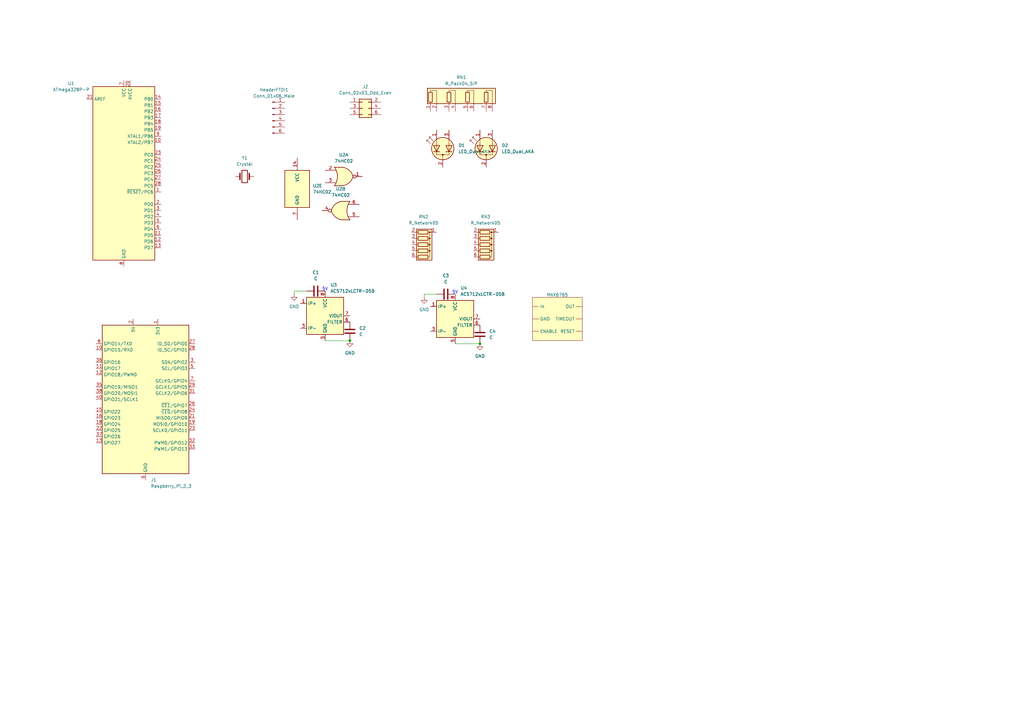
<source format=kicad_sch>
(kicad_sch
	(version 20250114)
	(generator "eeschema")
	(generator_version "9.0")
	(uuid "0b29418f-550d-492f-8df9-2382aed97979")
	(paper "A3")
	(lib_symbols
		(symbol "74xx:74HC02"
			(pin_names
				(offset 1.016)
			)
			(exclude_from_sim no)
			(in_bom yes)
			(on_board yes)
			(property "Reference" "U"
				(at 0 1.27 0)
				(effects
					(font
						(size 1.27 1.27)
					)
				)
			)
			(property "Value" "74HC02"
				(at 0 -1.27 0)
				(effects
					(font
						(size 1.27 1.27)
					)
				)
			)
			(property "Footprint" ""
				(at 0 0 0)
				(effects
					(font
						(size 1.27 1.27)
					)
					(hide yes)
				)
			)
			(property "Datasheet" "http://www.ti.com/lit/gpn/sn74hc02"
				(at 0 0 0)
				(effects
					(font
						(size 1.27 1.27)
					)
					(hide yes)
				)
			)
			(property "Description" "quad 2-input NOR gate"
				(at 0 0 0)
				(effects
					(font
						(size 1.27 1.27)
					)
					(hide yes)
				)
			)
			(property "ki_locked" ""
				(at 0 0 0)
				(effects
					(font
						(size 1.27 1.27)
					)
				)
			)
			(property "ki_keywords" "HCMOS Nor2"
				(at 0 0 0)
				(effects
					(font
						(size 1.27 1.27)
					)
					(hide yes)
				)
			)
			(property "ki_fp_filters" "SO14* DIP*W7.62mm*"
				(at 0 0 0)
				(effects
					(font
						(size 1.27 1.27)
					)
					(hide yes)
				)
			)
			(symbol "74HC02_1_1"
				(arc
					(start -3.81 3.81)
					(mid -2.589 0)
					(end -3.81 -3.81)
					(stroke
						(width 0.254)
						(type default)
					)
					(fill
						(type none)
					)
				)
				(polyline
					(pts
						(xy -3.81 3.81) (xy -0.635 3.81)
					)
					(stroke
						(width 0.254)
						(type default)
					)
					(fill
						(type background)
					)
				)
				(polyline
					(pts
						(xy -3.81 -3.81) (xy -0.635 -3.81)
					)
					(stroke
						(width 0.254)
						(type default)
					)
					(fill
						(type background)
					)
				)
				(arc
					(start 3.81 0)
					(mid 2.1855 -2.584)
					(end -0.6096 -3.81)
					(stroke
						(width 0.254)
						(type default)
					)
					(fill
						(type background)
					)
				)
				(arc
					(start -0.6096 3.81)
					(mid 2.1928 2.5924)
					(end 3.81 0)
					(stroke
						(width 0.254)
						(type default)
					)
					(fill
						(type background)
					)
				)
				(polyline
					(pts
						(xy -0.635 3.81) (xy -3.81 3.81) (xy -3.81 3.81) (xy -3.556 3.4036) (xy -3.0226 2.2606) (xy -2.6924 1.0414)
						(xy -2.6162 -0.254) (xy -2.7686 -1.4986) (xy -3.175 -2.7178) (xy -3.81 -3.81) (xy -3.81 -3.81)
						(xy -0.635 -3.81)
					)
					(stroke
						(width -25.4)
						(type default)
					)
					(fill
						(type background)
					)
				)
				(pin input line
					(at -7.62 2.54 0)
					(length 4.318)
					(name "~"
						(effects
							(font
								(size 1.27 1.27)
							)
						)
					)
					(number "2"
						(effects
							(font
								(size 1.27 1.27)
							)
						)
					)
				)
				(pin input line
					(at -7.62 -2.54 0)
					(length 4.318)
					(name "~"
						(effects
							(font
								(size 1.27 1.27)
							)
						)
					)
					(number "3"
						(effects
							(font
								(size 1.27 1.27)
							)
						)
					)
				)
				(pin output inverted
					(at 7.62 0 180)
					(length 3.81)
					(name "~"
						(effects
							(font
								(size 1.27 1.27)
							)
						)
					)
					(number "1"
						(effects
							(font
								(size 1.27 1.27)
							)
						)
					)
				)
			)
			(symbol "74HC02_1_2"
				(arc
					(start 0 3.81)
					(mid 3.7934 0)
					(end 0 -3.81)
					(stroke
						(width 0.254)
						(type default)
					)
					(fill
						(type background)
					)
				)
				(polyline
					(pts
						(xy 0 3.81) (xy -3.81 3.81) (xy -3.81 -3.81) (xy 0 -3.81)
					)
					(stroke
						(width 0.254)
						(type default)
					)
					(fill
						(type background)
					)
				)
				(pin input inverted
					(at -7.62 2.54 0)
					(length 3.81)
					(name "~"
						(effects
							(font
								(size 1.27 1.27)
							)
						)
					)
					(number "2"
						(effects
							(font
								(size 1.27 1.27)
							)
						)
					)
				)
				(pin input inverted
					(at -7.62 -2.54 0)
					(length 3.81)
					(name "~"
						(effects
							(font
								(size 1.27 1.27)
							)
						)
					)
					(number "3"
						(effects
							(font
								(size 1.27 1.27)
							)
						)
					)
				)
				(pin output line
					(at 7.62 0 180)
					(length 3.81)
					(name "~"
						(effects
							(font
								(size 1.27 1.27)
							)
						)
					)
					(number "1"
						(effects
							(font
								(size 1.27 1.27)
							)
						)
					)
				)
			)
			(symbol "74HC02_2_1"
				(arc
					(start -3.81 3.81)
					(mid -2.589 0)
					(end -3.81 -3.81)
					(stroke
						(width 0.254)
						(type default)
					)
					(fill
						(type none)
					)
				)
				(polyline
					(pts
						(xy -3.81 3.81) (xy -0.635 3.81)
					)
					(stroke
						(width 0.254)
						(type default)
					)
					(fill
						(type background)
					)
				)
				(polyline
					(pts
						(xy -3.81 -3.81) (xy -0.635 -3.81)
					)
					(stroke
						(width 0.254)
						(type default)
					)
					(fill
						(type background)
					)
				)
				(arc
					(start 3.81 0)
					(mid 2.1855 -2.584)
					(end -0.6096 -3.81)
					(stroke
						(width 0.254)
						(type default)
					)
					(fill
						(type background)
					)
				)
				(arc
					(start -0.6096 3.81)
					(mid 2.1928 2.5924)
					(end 3.81 0)
					(stroke
						(width 0.254)
						(type default)
					)
					(fill
						(type background)
					)
				)
				(polyline
					(pts
						(xy -0.635 3.81) (xy -3.81 3.81) (xy -3.81 3.81) (xy -3.556 3.4036) (xy -3.0226 2.2606) (xy -2.6924 1.0414)
						(xy -2.6162 -0.254) (xy -2.7686 -1.4986) (xy -3.175 -2.7178) (xy -3.81 -3.81) (xy -3.81 -3.81)
						(xy -0.635 -3.81)
					)
					(stroke
						(width -25.4)
						(type default)
					)
					(fill
						(type background)
					)
				)
				(pin input line
					(at -7.62 2.54 0)
					(length 4.318)
					(name "~"
						(effects
							(font
								(size 1.27 1.27)
							)
						)
					)
					(number "5"
						(effects
							(font
								(size 1.27 1.27)
							)
						)
					)
				)
				(pin input line
					(at -7.62 -2.54 0)
					(length 4.318)
					(name "~"
						(effects
							(font
								(size 1.27 1.27)
							)
						)
					)
					(number "6"
						(effects
							(font
								(size 1.27 1.27)
							)
						)
					)
				)
				(pin output inverted
					(at 7.62 0 180)
					(length 3.81)
					(name "~"
						(effects
							(font
								(size 1.27 1.27)
							)
						)
					)
					(number "4"
						(effects
							(font
								(size 1.27 1.27)
							)
						)
					)
				)
			)
			(symbol "74HC02_2_2"
				(arc
					(start 0 3.81)
					(mid 3.7934 0)
					(end 0 -3.81)
					(stroke
						(width 0.254)
						(type default)
					)
					(fill
						(type background)
					)
				)
				(polyline
					(pts
						(xy 0 3.81) (xy -3.81 3.81) (xy -3.81 -3.81) (xy 0 -3.81)
					)
					(stroke
						(width 0.254)
						(type default)
					)
					(fill
						(type background)
					)
				)
				(pin input inverted
					(at -7.62 2.54 0)
					(length 3.81)
					(name "~"
						(effects
							(font
								(size 1.27 1.27)
							)
						)
					)
					(number "5"
						(effects
							(font
								(size 1.27 1.27)
							)
						)
					)
				)
				(pin input inverted
					(at -7.62 -2.54 0)
					(length 3.81)
					(name "~"
						(effects
							(font
								(size 1.27 1.27)
							)
						)
					)
					(number "6"
						(effects
							(font
								(size 1.27 1.27)
							)
						)
					)
				)
				(pin output line
					(at 7.62 0 180)
					(length 3.81)
					(name "~"
						(effects
							(font
								(size 1.27 1.27)
							)
						)
					)
					(number "4"
						(effects
							(font
								(size 1.27 1.27)
							)
						)
					)
				)
			)
			(symbol "74HC02_3_1"
				(arc
					(start -3.81 3.81)
					(mid -2.589 0)
					(end -3.81 -3.81)
					(stroke
						(width 0.254)
						(type default)
					)
					(fill
						(type none)
					)
				)
				(polyline
					(pts
						(xy -3.81 3.81) (xy -0.635 3.81)
					)
					(stroke
						(width 0.254)
						(type default)
					)
					(fill
						(type background)
					)
				)
				(polyline
					(pts
						(xy -3.81 -3.81) (xy -0.635 -3.81)
					)
					(stroke
						(width 0.254)
						(type default)
					)
					(fill
						(type background)
					)
				)
				(arc
					(start 3.81 0)
					(mid 2.1855 -2.584)
					(end -0.6096 -3.81)
					(stroke
						(width 0.254)
						(type default)
					)
					(fill
						(type background)
					)
				)
				(arc
					(start -0.6096 3.81)
					(mid 2.1928 2.5924)
					(end 3.81 0)
					(stroke
						(width 0.254)
						(type default)
					)
					(fill
						(type background)
					)
				)
				(polyline
					(pts
						(xy -0.635 3.81) (xy -3.81 3.81) (xy -3.81 3.81) (xy -3.556 3.4036) (xy -3.0226 2.2606) (xy -2.6924 1.0414)
						(xy -2.6162 -0.254) (xy -2.7686 -1.4986) (xy -3.175 -2.7178) (xy -3.81 -3.81) (xy -3.81 -3.81)
						(xy -0.635 -3.81)
					)
					(stroke
						(width -25.4)
						(type default)
					)
					(fill
						(type background)
					)
				)
				(pin input line
					(at -7.62 2.54 0)
					(length 4.318)
					(name "~"
						(effects
							(font
								(size 1.27 1.27)
							)
						)
					)
					(number "8"
						(effects
							(font
								(size 1.27 1.27)
							)
						)
					)
				)
				(pin input line
					(at -7.62 -2.54 0)
					(length 4.318)
					(name "~"
						(effects
							(font
								(size 1.27 1.27)
							)
						)
					)
					(number "9"
						(effects
							(font
								(size 1.27 1.27)
							)
						)
					)
				)
				(pin output inverted
					(at 7.62 0 180)
					(length 3.81)
					(name "~"
						(effects
							(font
								(size 1.27 1.27)
							)
						)
					)
					(number "10"
						(effects
							(font
								(size 1.27 1.27)
							)
						)
					)
				)
			)
			(symbol "74HC02_3_2"
				(arc
					(start 0 3.81)
					(mid 3.7934 0)
					(end 0 -3.81)
					(stroke
						(width 0.254)
						(type default)
					)
					(fill
						(type background)
					)
				)
				(polyline
					(pts
						(xy 0 3.81) (xy -3.81 3.81) (xy -3.81 -3.81) (xy 0 -3.81)
					)
					(stroke
						(width 0.254)
						(type default)
					)
					(fill
						(type background)
					)
				)
				(pin input inverted
					(at -7.62 2.54 0)
					(length 3.81)
					(name "~"
						(effects
							(font
								(size 1.27 1.27)
							)
						)
					)
					(number "8"
						(effects
							(font
								(size 1.27 1.27)
							)
						)
					)
				)
				(pin input inverted
					(at -7.62 -2.54 0)
					(length 3.81)
					(name "~"
						(effects
							(font
								(size 1.27 1.27)
							)
						)
					)
					(number "9"
						(effects
							(font
								(size 1.27 1.27)
							)
						)
					)
				)
				(pin output line
					(at 7.62 0 180)
					(length 3.81)
					(name "~"
						(effects
							(font
								(size 1.27 1.27)
							)
						)
					)
					(number "10"
						(effects
							(font
								(size 1.27 1.27)
							)
						)
					)
				)
			)
			(symbol "74HC02_4_1"
				(arc
					(start -3.81 3.81)
					(mid -2.589 0)
					(end -3.81 -3.81)
					(stroke
						(width 0.254)
						(type default)
					)
					(fill
						(type none)
					)
				)
				(polyline
					(pts
						(xy -3.81 3.81) (xy -0.635 3.81)
					)
					(stroke
						(width 0.254)
						(type default)
					)
					(fill
						(type background)
					)
				)
				(polyline
					(pts
						(xy -3.81 -3.81) (xy -0.635 -3.81)
					)
					(stroke
						(width 0.254)
						(type default)
					)
					(fill
						(type background)
					)
				)
				(arc
					(start 3.81 0)
					(mid 2.1855 -2.584)
					(end -0.6096 -3.81)
					(stroke
						(width 0.254)
						(type default)
					)
					(fill
						(type background)
					)
				)
				(arc
					(start -0.6096 3.81)
					(mid 2.1928 2.5924)
					(end 3.81 0)
					(stroke
						(width 0.254)
						(type default)
					)
					(fill
						(type background)
					)
				)
				(polyline
					(pts
						(xy -0.635 3.81) (xy -3.81 3.81) (xy -3.81 3.81) (xy -3.556 3.4036) (xy -3.0226 2.2606) (xy -2.6924 1.0414)
						(xy -2.6162 -0.254) (xy -2.7686 -1.4986) (xy -3.175 -2.7178) (xy -3.81 -3.81) (xy -3.81 -3.81)
						(xy -0.635 -3.81)
					)
					(stroke
						(width -25.4)
						(type default)
					)
					(fill
						(type background)
					)
				)
				(pin input line
					(at -7.62 2.54 0)
					(length 4.318)
					(name "~"
						(effects
							(font
								(size 1.27 1.27)
							)
						)
					)
					(number "11"
						(effects
							(font
								(size 1.27 1.27)
							)
						)
					)
				)
				(pin input line
					(at -7.62 -2.54 0)
					(length 4.318)
					(name "~"
						(effects
							(font
								(size 1.27 1.27)
							)
						)
					)
					(number "12"
						(effects
							(font
								(size 1.27 1.27)
							)
						)
					)
				)
				(pin output inverted
					(at 7.62 0 180)
					(length 3.81)
					(name "~"
						(effects
							(font
								(size 1.27 1.27)
							)
						)
					)
					(number "13"
						(effects
							(font
								(size 1.27 1.27)
							)
						)
					)
				)
			)
			(symbol "74HC02_4_2"
				(arc
					(start 0 3.81)
					(mid 3.7934 0)
					(end 0 -3.81)
					(stroke
						(width 0.254)
						(type default)
					)
					(fill
						(type background)
					)
				)
				(polyline
					(pts
						(xy 0 3.81) (xy -3.81 3.81) (xy -3.81 -3.81) (xy 0 -3.81)
					)
					(stroke
						(width 0.254)
						(type default)
					)
					(fill
						(type background)
					)
				)
				(pin input inverted
					(at -7.62 2.54 0)
					(length 3.81)
					(name "~"
						(effects
							(font
								(size 1.27 1.27)
							)
						)
					)
					(number "11"
						(effects
							(font
								(size 1.27 1.27)
							)
						)
					)
				)
				(pin input inverted
					(at -7.62 -2.54 0)
					(length 3.81)
					(name "~"
						(effects
							(font
								(size 1.27 1.27)
							)
						)
					)
					(number "12"
						(effects
							(font
								(size 1.27 1.27)
							)
						)
					)
				)
				(pin output line
					(at 7.62 0 180)
					(length 3.81)
					(name "~"
						(effects
							(font
								(size 1.27 1.27)
							)
						)
					)
					(number "13"
						(effects
							(font
								(size 1.27 1.27)
							)
						)
					)
				)
			)
			(symbol "74HC02_5_0"
				(pin power_in line
					(at 0 12.7 270)
					(length 5.08)
					(name "VCC"
						(effects
							(font
								(size 1.27 1.27)
							)
						)
					)
					(number "14"
						(effects
							(font
								(size 1.27 1.27)
							)
						)
					)
				)
				(pin power_in line
					(at 0 -12.7 90)
					(length 5.08)
					(name "GND"
						(effects
							(font
								(size 1.27 1.27)
							)
						)
					)
					(number "7"
						(effects
							(font
								(size 1.27 1.27)
							)
						)
					)
				)
			)
			(symbol "74HC02_5_1"
				(rectangle
					(start -5.08 7.62)
					(end 5.08 -7.62)
					(stroke
						(width 0.254)
						(type default)
					)
					(fill
						(type background)
					)
				)
			)
			(embedded_fonts no)
		)
		(symbol "Connector:Raspberry_Pi_2_3"
			(exclude_from_sim no)
			(in_bom yes)
			(on_board yes)
			(property "Reference" "J"
				(at -17.78 31.75 0)
				(effects
					(font
						(size 1.27 1.27)
					)
					(justify left bottom)
				)
			)
			(property "Value" "Raspberry_Pi_2_3"
				(at 10.16 -31.75 0)
				(effects
					(font
						(size 1.27 1.27)
					)
					(justify left top)
				)
			)
			(property "Footprint" ""
				(at 0 0 0)
				(effects
					(font
						(size 1.27 1.27)
					)
					(hide yes)
				)
			)
			(property "Datasheet" "https://www.raspberrypi.org/documentation/hardware/raspberrypi/schematics/rpi_SCH_3bplus_1p0_reduced.pdf"
				(at 60.96 -44.45 0)
				(effects
					(font
						(size 1.27 1.27)
					)
					(hide yes)
				)
			)
			(property "Description" "expansion header for Raspberry Pi 2 & 3"
				(at 0 0 0)
				(effects
					(font
						(size 1.27 1.27)
					)
					(hide yes)
				)
			)
			(property "ki_keywords" "raspberrypi gpio"
				(at 0 0 0)
				(effects
					(font
						(size 1.27 1.27)
					)
					(hide yes)
				)
			)
			(property "ki_fp_filters" "PinHeader*2x20*P2.54mm*Vertical* PinSocket*2x20*P2.54mm*Vertical*"
				(at 0 0 0)
				(effects
					(font
						(size 1.27 1.27)
					)
					(hide yes)
				)
			)
			(symbol "Raspberry_Pi_2_3_0_1"
				(rectangle
					(start -17.78 30.48)
					(end 17.78 -30.48)
					(stroke
						(width 0.254)
						(type default)
					)
					(fill
						(type background)
					)
				)
			)
			(symbol "Raspberry_Pi_2_3_1_1"
				(pin bidirectional line
					(at -20.32 22.86 0)
					(length 2.54)
					(name "GPIO14/TXD"
						(effects
							(font
								(size 1.27 1.27)
							)
						)
					)
					(number "8"
						(effects
							(font
								(size 1.27 1.27)
							)
						)
					)
				)
				(pin bidirectional line
					(at -20.32 20.32 0)
					(length 2.54)
					(name "GPIO15/RXD"
						(effects
							(font
								(size 1.27 1.27)
							)
						)
					)
					(number "10"
						(effects
							(font
								(size 1.27 1.27)
							)
						)
					)
				)
				(pin bidirectional line
					(at -20.32 15.24 0)
					(length 2.54)
					(name "GPIO16"
						(effects
							(font
								(size 1.27 1.27)
							)
						)
					)
					(number "36"
						(effects
							(font
								(size 1.27 1.27)
							)
						)
					)
				)
				(pin bidirectional line
					(at -20.32 12.7 0)
					(length 2.54)
					(name "GPIO17"
						(effects
							(font
								(size 1.27 1.27)
							)
						)
					)
					(number "11"
						(effects
							(font
								(size 1.27 1.27)
							)
						)
					)
				)
				(pin bidirectional line
					(at -20.32 10.16 0)
					(length 2.54)
					(name "GPIO18/PWM0"
						(effects
							(font
								(size 1.27 1.27)
							)
						)
					)
					(number "12"
						(effects
							(font
								(size 1.27 1.27)
							)
						)
					)
				)
				(pin bidirectional line
					(at -20.32 5.08 0)
					(length 2.54)
					(name "GPIO19/MISO1"
						(effects
							(font
								(size 1.27 1.27)
							)
						)
					)
					(number "35"
						(effects
							(font
								(size 1.27 1.27)
							)
						)
					)
				)
				(pin bidirectional line
					(at -20.32 2.54 0)
					(length 2.54)
					(name "GPIO20/MOSI1"
						(effects
							(font
								(size 1.27 1.27)
							)
						)
					)
					(number "38"
						(effects
							(font
								(size 1.27 1.27)
							)
						)
					)
				)
				(pin bidirectional line
					(at -20.32 0 0)
					(length 2.54)
					(name "GPIO21/SCLK1"
						(effects
							(font
								(size 1.27 1.27)
							)
						)
					)
					(number "40"
						(effects
							(font
								(size 1.27 1.27)
							)
						)
					)
				)
				(pin bidirectional line
					(at -20.32 -5.08 0)
					(length 2.54)
					(name "GPIO22"
						(effects
							(font
								(size 1.27 1.27)
							)
						)
					)
					(number "15"
						(effects
							(font
								(size 1.27 1.27)
							)
						)
					)
				)
				(pin bidirectional line
					(at -20.32 -7.62 0)
					(length 2.54)
					(name "GPIO23"
						(effects
							(font
								(size 1.27 1.27)
							)
						)
					)
					(number "16"
						(effects
							(font
								(size 1.27 1.27)
							)
						)
					)
				)
				(pin bidirectional line
					(at -20.32 -10.16 0)
					(length 2.54)
					(name "GPIO24"
						(effects
							(font
								(size 1.27 1.27)
							)
						)
					)
					(number "18"
						(effects
							(font
								(size 1.27 1.27)
							)
						)
					)
				)
				(pin bidirectional line
					(at -20.32 -12.7 0)
					(length 2.54)
					(name "GPIO25"
						(effects
							(font
								(size 1.27 1.27)
							)
						)
					)
					(number "22"
						(effects
							(font
								(size 1.27 1.27)
							)
						)
					)
				)
				(pin bidirectional line
					(at -20.32 -15.24 0)
					(length 2.54)
					(name "GPIO26"
						(effects
							(font
								(size 1.27 1.27)
							)
						)
					)
					(number "37"
						(effects
							(font
								(size 1.27 1.27)
							)
						)
					)
				)
				(pin bidirectional line
					(at -20.32 -17.78 0)
					(length 2.54)
					(name "GPIO27"
						(effects
							(font
								(size 1.27 1.27)
							)
						)
					)
					(number "13"
						(effects
							(font
								(size 1.27 1.27)
							)
						)
					)
				)
				(pin power_in line
					(at -5.08 33.02 270)
					(length 2.54)
					(name "5V"
						(effects
							(font
								(size 1.27 1.27)
							)
						)
					)
					(number "2"
						(effects
							(font
								(size 1.27 1.27)
							)
						)
					)
				)
				(pin passive line
					(at -5.08 33.02 270)
					(length 2.54)
					(hide yes)
					(name "5V"
						(effects
							(font
								(size 1.27 1.27)
							)
						)
					)
					(number "4"
						(effects
							(font
								(size 1.27 1.27)
							)
						)
					)
				)
				(pin passive line
					(at 0 -33.02 90)
					(length 2.54)
					(hide yes)
					(name "GND"
						(effects
							(font
								(size 1.27 1.27)
							)
						)
					)
					(number "14"
						(effects
							(font
								(size 1.27 1.27)
							)
						)
					)
				)
				(pin passive line
					(at 0 -33.02 90)
					(length 2.54)
					(hide yes)
					(name "GND"
						(effects
							(font
								(size 1.27 1.27)
							)
						)
					)
					(number "20"
						(effects
							(font
								(size 1.27 1.27)
							)
						)
					)
				)
				(pin passive line
					(at 0 -33.02 90)
					(length 2.54)
					(hide yes)
					(name "GND"
						(effects
							(font
								(size 1.27 1.27)
							)
						)
					)
					(number "25"
						(effects
							(font
								(size 1.27 1.27)
							)
						)
					)
				)
				(pin passive line
					(at 0 -33.02 90)
					(length 2.54)
					(hide yes)
					(name "GND"
						(effects
							(font
								(size 1.27 1.27)
							)
						)
					)
					(number "30"
						(effects
							(font
								(size 1.27 1.27)
							)
						)
					)
				)
				(pin passive line
					(at 0 -33.02 90)
					(length 2.54)
					(hide yes)
					(name "GND"
						(effects
							(font
								(size 1.27 1.27)
							)
						)
					)
					(number "34"
						(effects
							(font
								(size 1.27 1.27)
							)
						)
					)
				)
				(pin passive line
					(at 0 -33.02 90)
					(length 2.54)
					(hide yes)
					(name "GND"
						(effects
							(font
								(size 1.27 1.27)
							)
						)
					)
					(number "39"
						(effects
							(font
								(size 1.27 1.27)
							)
						)
					)
				)
				(pin power_in line
					(at 0 -33.02 90)
					(length 2.54)
					(name "GND"
						(effects
							(font
								(size 1.27 1.27)
							)
						)
					)
					(number "6"
						(effects
							(font
								(size 1.27 1.27)
							)
						)
					)
				)
				(pin passive line
					(at 0 -33.02 90)
					(length 2.54)
					(hide yes)
					(name "GND"
						(effects
							(font
								(size 1.27 1.27)
							)
						)
					)
					(number "9"
						(effects
							(font
								(size 1.27 1.27)
							)
						)
					)
				)
				(pin power_in line
					(at 5.08 33.02 270)
					(length 2.54)
					(name "3V3"
						(effects
							(font
								(size 1.27 1.27)
							)
						)
					)
					(number "1"
						(effects
							(font
								(size 1.27 1.27)
							)
						)
					)
				)
				(pin passive line
					(at 5.08 33.02 270)
					(length 2.54)
					(hide yes)
					(name "3V3"
						(effects
							(font
								(size 1.27 1.27)
							)
						)
					)
					(number "17"
						(effects
							(font
								(size 1.27 1.27)
							)
						)
					)
				)
				(pin bidirectional line
					(at 20.32 22.86 180)
					(length 2.54)
					(name "ID_SD/GPIO0"
						(effects
							(font
								(size 1.27 1.27)
							)
						)
					)
					(number "27"
						(effects
							(font
								(size 1.27 1.27)
							)
						)
					)
				)
				(pin bidirectional line
					(at 20.32 20.32 180)
					(length 2.54)
					(name "ID_SC/GPIO1"
						(effects
							(font
								(size 1.27 1.27)
							)
						)
					)
					(number "28"
						(effects
							(font
								(size 1.27 1.27)
							)
						)
					)
				)
				(pin bidirectional line
					(at 20.32 15.24 180)
					(length 2.54)
					(name "SDA/GPIO2"
						(effects
							(font
								(size 1.27 1.27)
							)
						)
					)
					(number "3"
						(effects
							(font
								(size 1.27 1.27)
							)
						)
					)
				)
				(pin bidirectional line
					(at 20.32 12.7 180)
					(length 2.54)
					(name "SCL/GPIO3"
						(effects
							(font
								(size 1.27 1.27)
							)
						)
					)
					(number "5"
						(effects
							(font
								(size 1.27 1.27)
							)
						)
					)
				)
				(pin bidirectional line
					(at 20.32 7.62 180)
					(length 2.54)
					(name "GCLK0/GPIO4"
						(effects
							(font
								(size 1.27 1.27)
							)
						)
					)
					(number "7"
						(effects
							(font
								(size 1.27 1.27)
							)
						)
					)
				)
				(pin bidirectional line
					(at 20.32 5.08 180)
					(length 2.54)
					(name "GCLK1/GPIO5"
						(effects
							(font
								(size 1.27 1.27)
							)
						)
					)
					(number "29"
						(effects
							(font
								(size 1.27 1.27)
							)
						)
					)
				)
				(pin bidirectional line
					(at 20.32 2.54 180)
					(length 2.54)
					(name "GCLK2/GPIO6"
						(effects
							(font
								(size 1.27 1.27)
							)
						)
					)
					(number "31"
						(effects
							(font
								(size 1.27 1.27)
							)
						)
					)
				)
				(pin bidirectional line
					(at 20.32 -2.54 180)
					(length 2.54)
					(name "~{CE1}/GPIO7"
						(effects
							(font
								(size 1.27 1.27)
							)
						)
					)
					(number "26"
						(effects
							(font
								(size 1.27 1.27)
							)
						)
					)
				)
				(pin bidirectional line
					(at 20.32 -5.08 180)
					(length 2.54)
					(name "~{CE0}/GPIO8"
						(effects
							(font
								(size 1.27 1.27)
							)
						)
					)
					(number "24"
						(effects
							(font
								(size 1.27 1.27)
							)
						)
					)
				)
				(pin bidirectional line
					(at 20.32 -7.62 180)
					(length 2.54)
					(name "MISO0/GPIO9"
						(effects
							(font
								(size 1.27 1.27)
							)
						)
					)
					(number "21"
						(effects
							(font
								(size 1.27 1.27)
							)
						)
					)
				)
				(pin bidirectional line
					(at 20.32 -10.16 180)
					(length 2.54)
					(name "MOSI0/GPIO10"
						(effects
							(font
								(size 1.27 1.27)
							)
						)
					)
					(number "19"
						(effects
							(font
								(size 1.27 1.27)
							)
						)
					)
				)
				(pin bidirectional line
					(at 20.32 -12.7 180)
					(length 2.54)
					(name "SCLK0/GPIO11"
						(effects
							(font
								(size 1.27 1.27)
							)
						)
					)
					(number "23"
						(effects
							(font
								(size 1.27 1.27)
							)
						)
					)
				)
				(pin bidirectional line
					(at 20.32 -17.78 180)
					(length 2.54)
					(name "PWM0/GPIO12"
						(effects
							(font
								(size 1.27 1.27)
							)
						)
					)
					(number "32"
						(effects
							(font
								(size 1.27 1.27)
							)
						)
					)
				)
				(pin bidirectional line
					(at 20.32 -20.32 180)
					(length 2.54)
					(name "PWM1/GPIO13"
						(effects
							(font
								(size 1.27 1.27)
							)
						)
					)
					(number "33"
						(effects
							(font
								(size 1.27 1.27)
							)
						)
					)
				)
			)
			(embedded_fonts no)
		)
		(symbol "Connector_Generic:Conn_02x03_Odd_Even"
			(pin_names
				(offset 1.016)
				(hide yes)
			)
			(exclude_from_sim no)
			(in_bom yes)
			(on_board yes)
			(property "Reference" "J"
				(at 1.27 5.08 0)
				(effects
					(font
						(size 1.27 1.27)
					)
				)
			)
			(property "Value" "Conn_02x03_Odd_Even"
				(at 1.27 -5.08 0)
				(effects
					(font
						(size 1.27 1.27)
					)
				)
			)
			(property "Footprint" ""
				(at 0 0 0)
				(effects
					(font
						(size 1.27 1.27)
					)
					(hide yes)
				)
			)
			(property "Datasheet" "~"
				(at 0 0 0)
				(effects
					(font
						(size 1.27 1.27)
					)
					(hide yes)
				)
			)
			(property "Description" "Generic connector, double row, 02x03, odd/even pin numbering scheme (row 1 odd numbers, row 2 even numbers), script generated (kicad-library-utils/schlib/autogen/connector/)"
				(at 0 0 0)
				(effects
					(font
						(size 1.27 1.27)
					)
					(hide yes)
				)
			)
			(property "ki_keywords" "connector"
				(at 0 0 0)
				(effects
					(font
						(size 1.27 1.27)
					)
					(hide yes)
				)
			)
			(property "ki_fp_filters" "Connector*:*_2x??_*"
				(at 0 0 0)
				(effects
					(font
						(size 1.27 1.27)
					)
					(hide yes)
				)
			)
			(symbol "Conn_02x03_Odd_Even_1_1"
				(rectangle
					(start -1.27 3.81)
					(end 3.81 -3.81)
					(stroke
						(width 0.254)
						(type default)
					)
					(fill
						(type background)
					)
				)
				(rectangle
					(start -1.27 2.667)
					(end 0 2.413)
					(stroke
						(width 0.1524)
						(type default)
					)
					(fill
						(type none)
					)
				)
				(rectangle
					(start -1.27 0.127)
					(end 0 -0.127)
					(stroke
						(width 0.1524)
						(type default)
					)
					(fill
						(type none)
					)
				)
				(rectangle
					(start -1.27 -2.413)
					(end 0 -2.667)
					(stroke
						(width 0.1524)
						(type default)
					)
					(fill
						(type none)
					)
				)
				(rectangle
					(start 3.81 2.667)
					(end 2.54 2.413)
					(stroke
						(width 0.1524)
						(type default)
					)
					(fill
						(type none)
					)
				)
				(rectangle
					(start 3.81 0.127)
					(end 2.54 -0.127)
					(stroke
						(width 0.1524)
						(type default)
					)
					(fill
						(type none)
					)
				)
				(rectangle
					(start 3.81 -2.413)
					(end 2.54 -2.667)
					(stroke
						(width 0.1524)
						(type default)
					)
					(fill
						(type none)
					)
				)
				(pin passive line
					(at -5.08 2.54 0)
					(length 3.81)
					(name "Pin_1"
						(effects
							(font
								(size 1.27 1.27)
							)
						)
					)
					(number "1"
						(effects
							(font
								(size 1.27 1.27)
							)
						)
					)
				)
				(pin passive line
					(at -5.08 0 0)
					(length 3.81)
					(name "Pin_3"
						(effects
							(font
								(size 1.27 1.27)
							)
						)
					)
					(number "3"
						(effects
							(font
								(size 1.27 1.27)
							)
						)
					)
				)
				(pin passive line
					(at -5.08 -2.54 0)
					(length 3.81)
					(name "Pin_5"
						(effects
							(font
								(size 1.27 1.27)
							)
						)
					)
					(number "5"
						(effects
							(font
								(size 1.27 1.27)
							)
						)
					)
				)
				(pin passive line
					(at 7.62 2.54 180)
					(length 3.81)
					(name "Pin_2"
						(effects
							(font
								(size 1.27 1.27)
							)
						)
					)
					(number "2"
						(effects
							(font
								(size 1.27 1.27)
							)
						)
					)
				)
				(pin passive line
					(at 7.62 0 180)
					(length 3.81)
					(name "Pin_4"
						(effects
							(font
								(size 1.27 1.27)
							)
						)
					)
					(number "4"
						(effects
							(font
								(size 1.27 1.27)
							)
						)
					)
				)
				(pin passive line
					(at 7.62 -2.54 180)
					(length 3.81)
					(name "Pin_6"
						(effects
							(font
								(size 1.27 1.27)
							)
						)
					)
					(number "6"
						(effects
							(font
								(size 1.27 1.27)
							)
						)
					)
				)
			)
			(embedded_fonts no)
		)
		(symbol "Device:C"
			(pin_numbers
				(hide yes)
			)
			(pin_names
				(offset 0.254)
			)
			(exclude_from_sim no)
			(in_bom yes)
			(on_board yes)
			(property "Reference" "C"
				(at 0.635 2.54 0)
				(effects
					(font
						(size 1.27 1.27)
					)
					(justify left)
				)
			)
			(property "Value" "C"
				(at 0.635 -2.54 0)
				(effects
					(font
						(size 1.27 1.27)
					)
					(justify left)
				)
			)
			(property "Footprint" ""
				(at 0.9652 -3.81 0)
				(effects
					(font
						(size 1.27 1.27)
					)
					(hide yes)
				)
			)
			(property "Datasheet" "~"
				(at 0 0 0)
				(effects
					(font
						(size 1.27 1.27)
					)
					(hide yes)
				)
			)
			(property "Description" "Unpolarized capacitor"
				(at 0 0 0)
				(effects
					(font
						(size 1.27 1.27)
					)
					(hide yes)
				)
			)
			(property "ki_keywords" "cap capacitor"
				(at 0 0 0)
				(effects
					(font
						(size 1.27 1.27)
					)
					(hide yes)
				)
			)
			(property "ki_fp_filters" "C_*"
				(at 0 0 0)
				(effects
					(font
						(size 1.27 1.27)
					)
					(hide yes)
				)
			)
			(symbol "C_0_1"
				(polyline
					(pts
						(xy -2.032 0.762) (xy 2.032 0.762)
					)
					(stroke
						(width 0.508)
						(type default)
					)
					(fill
						(type none)
					)
				)
				(polyline
					(pts
						(xy -2.032 -0.762) (xy 2.032 -0.762)
					)
					(stroke
						(width 0.508)
						(type default)
					)
					(fill
						(type none)
					)
				)
			)
			(symbol "C_1_1"
				(pin passive line
					(at 0 3.81 270)
					(length 2.794)
					(name "~"
						(effects
							(font
								(size 1.27 1.27)
							)
						)
					)
					(number "1"
						(effects
							(font
								(size 1.27 1.27)
							)
						)
					)
				)
				(pin passive line
					(at 0 -3.81 90)
					(length 2.794)
					(name "~"
						(effects
							(font
								(size 1.27 1.27)
							)
						)
					)
					(number "2"
						(effects
							(font
								(size 1.27 1.27)
							)
						)
					)
				)
			)
			(embedded_fonts no)
		)
		(symbol "Device:LED_Dual_AKA"
			(pin_names
				(offset 0)
				(hide yes)
			)
			(exclude_from_sim no)
			(in_bom yes)
			(on_board yes)
			(property "Reference" "D"
				(at 0 5.715 0)
				(effects
					(font
						(size 1.27 1.27)
					)
				)
			)
			(property "Value" "LED_Dual_AKA"
				(at 0 -6.35 0)
				(effects
					(font
						(size 1.27 1.27)
					)
				)
			)
			(property "Footprint" ""
				(at 0 0 0)
				(effects
					(font
						(size 1.27 1.27)
					)
					(hide yes)
				)
			)
			(property "Datasheet" "~"
				(at 0 0 0)
				(effects
					(font
						(size 1.27 1.27)
					)
					(hide yes)
				)
			)
			(property "Description" "Dual LED, common cathode on pin 2"
				(at 0 0 0)
				(effects
					(font
						(size 1.27 1.27)
					)
					(hide yes)
				)
			)
			(property "ki_keywords" "LED diode bicolor dual"
				(at 0 0 0)
				(effects
					(font
						(size 1.27 1.27)
					)
					(hide yes)
				)
			)
			(property "ki_fp_filters" "LED* LED_SMD:* LED_THT:*"
				(at 0 0 0)
				(effects
					(font
						(size 1.27 1.27)
					)
					(hide yes)
				)
			)
			(symbol "LED_Dual_AKA_0_1"
				(polyline
					(pts
						(xy -4.572 0) (xy -2.54 0)
					)
					(stroke
						(width 0)
						(type default)
					)
					(fill
						(type none)
					)
				)
				(circle
					(center -2.54 0)
					(radius 0.2794)
					(stroke
						(width 0)
						(type default)
					)
					(fill
						(type outline)
					)
				)
				(polyline
					(pts
						(xy -1.27 1.27) (xy -1.27 3.81)
					)
					(stroke
						(width 0.254)
						(type default)
					)
					(fill
						(type none)
					)
				)
				(polyline
					(pts
						(xy -1.27 -1.27) (xy -1.27 -3.81)
					)
					(stroke
						(width 0.254)
						(type default)
					)
					(fill
						(type none)
					)
				)
				(circle
					(center 0 0)
					(radius 4.572)
					(stroke
						(width 0.254)
						(type default)
					)
					(fill
						(type background)
					)
				)
				(polyline
					(pts
						(xy 1.27 1.27) (xy 1.27 3.81) (xy -1.27 2.54) (xy 1.27 1.27)
					)
					(stroke
						(width 0.254)
						(type default)
					)
					(fill
						(type none)
					)
				)
				(polyline
					(pts
						(xy 1.27 -3.81) (xy 1.27 -1.27) (xy -1.27 -2.54) (xy 1.27 -3.81)
					)
					(stroke
						(width 0.254)
						(type default)
					)
					(fill
						(type none)
					)
				)
				(polyline
					(pts
						(xy 2.032 5.08) (xy 3.556 6.604) (xy 2.794 6.604) (xy 3.556 6.604) (xy 3.556 5.842)
					)
					(stroke
						(width 0)
						(type default)
					)
					(fill
						(type none)
					)
				)
				(polyline
					(pts
						(xy 2.032 2.54) (xy -2.54 2.54) (xy -2.54 -2.54) (xy 2.032 -2.54)
					)
					(stroke
						(width 0)
						(type default)
					)
					(fill
						(type none)
					)
				)
				(polyline
					(pts
						(xy 3.302 4.064) (xy 4.826 5.588) (xy 4.064 5.588) (xy 4.826 5.588) (xy 4.826 4.826)
					)
					(stroke
						(width 0)
						(type default)
					)
					(fill
						(type none)
					)
				)
				(polyline
					(pts
						(xy 3.81 2.54) (xy 1.905 2.54)
					)
					(stroke
						(width 0)
						(type default)
					)
					(fill
						(type none)
					)
				)
				(polyline
					(pts
						(xy 3.81 -2.54) (xy 1.905 -2.54)
					)
					(stroke
						(width 0)
						(type default)
					)
					(fill
						(type none)
					)
				)
			)
			(symbol "LED_Dual_AKA_1_1"
				(pin input line
					(at -7.62 0 0)
					(length 3.048)
					(name "K"
						(effects
							(font
								(size 1.27 1.27)
							)
						)
					)
					(number "2"
						(effects
							(font
								(size 1.27 1.27)
							)
						)
					)
				)
				(pin input line
					(at 7.62 2.54 180)
					(length 3.81)
					(name "A1"
						(effects
							(font
								(size 1.27 1.27)
							)
						)
					)
					(number "1"
						(effects
							(font
								(size 1.27 1.27)
							)
						)
					)
				)
				(pin input line
					(at 7.62 -2.54 180)
					(length 3.81)
					(name "A2"
						(effects
							(font
								(size 1.27 1.27)
							)
						)
					)
					(number "3"
						(effects
							(font
								(size 1.27 1.27)
							)
						)
					)
				)
			)
			(embedded_fonts no)
		)
		(symbol "Device:R_Network05"
			(pin_names
				(offset 0)
				(hide yes)
			)
			(exclude_from_sim no)
			(in_bom yes)
			(on_board yes)
			(property "Reference" "RN"
				(at -7.62 0 90)
				(effects
					(font
						(size 1.27 1.27)
					)
				)
			)
			(property "Value" "R_Network05"
				(at 7.62 0 90)
				(effects
					(font
						(size 1.27 1.27)
					)
				)
			)
			(property "Footprint" "Resistor_THT:R_Array_SIP6"
				(at 9.525 0 90)
				(effects
					(font
						(size 1.27 1.27)
					)
					(hide yes)
				)
			)
			(property "Datasheet" "http://www.vishay.com/docs/31509/csc.pdf"
				(at 0 0 0)
				(effects
					(font
						(size 1.27 1.27)
					)
					(hide yes)
				)
			)
			(property "Description" "5 resistor network, star topology, bussed resistors, small symbol"
				(at 0 0 0)
				(effects
					(font
						(size 1.27 1.27)
					)
					(hide yes)
				)
			)
			(property "ki_keywords" "R network star-topology"
				(at 0 0 0)
				(effects
					(font
						(size 1.27 1.27)
					)
					(hide yes)
				)
			)
			(property "ki_fp_filters" "R?Array?SIP*"
				(at 0 0 0)
				(effects
					(font
						(size 1.27 1.27)
					)
					(hide yes)
				)
			)
			(symbol "R_Network05_0_1"
				(rectangle
					(start -6.35 -3.175)
					(end 6.35 3.175)
					(stroke
						(width 0.254)
						(type default)
					)
					(fill
						(type background)
					)
				)
				(rectangle
					(start -5.842 1.524)
					(end -4.318 -2.54)
					(stroke
						(width 0.254)
						(type default)
					)
					(fill
						(type none)
					)
				)
				(circle
					(center -5.08 2.286)
					(radius 0.254)
					(stroke
						(width 0)
						(type default)
					)
					(fill
						(type outline)
					)
				)
				(polyline
					(pts
						(xy -5.08 1.524) (xy -5.08 2.286) (xy -2.54 2.286) (xy -2.54 1.524)
					)
					(stroke
						(width 0)
						(type default)
					)
					(fill
						(type none)
					)
				)
				(polyline
					(pts
						(xy -5.08 -2.54) (xy -5.08 -3.81)
					)
					(stroke
						(width 0)
						(type default)
					)
					(fill
						(type none)
					)
				)
				(rectangle
					(start -3.302 1.524)
					(end -1.778 -2.54)
					(stroke
						(width 0.254)
						(type default)
					)
					(fill
						(type none)
					)
				)
				(circle
					(center -2.54 2.286)
					(radius 0.254)
					(stroke
						(width 0)
						(type default)
					)
					(fill
						(type outline)
					)
				)
				(polyline
					(pts
						(xy -2.54 1.524) (xy -2.54 2.286) (xy 0 2.286) (xy 0 1.524)
					)
					(stroke
						(width 0)
						(type default)
					)
					(fill
						(type none)
					)
				)
				(polyline
					(pts
						(xy -2.54 -2.54) (xy -2.54 -3.81)
					)
					(stroke
						(width 0)
						(type default)
					)
					(fill
						(type none)
					)
				)
				(rectangle
					(start -0.762 1.524)
					(end 0.762 -2.54)
					(stroke
						(width 0.254)
						(type default)
					)
					(fill
						(type none)
					)
				)
				(circle
					(center 0 2.286)
					(radius 0.254)
					(stroke
						(width 0)
						(type default)
					)
					(fill
						(type outline)
					)
				)
				(polyline
					(pts
						(xy 0 1.524) (xy 0 2.286) (xy 2.54 2.286) (xy 2.54 1.524)
					)
					(stroke
						(width 0)
						(type default)
					)
					(fill
						(type none)
					)
				)
				(polyline
					(pts
						(xy 0 -2.54) (xy 0 -3.81)
					)
					(stroke
						(width 0)
						(type default)
					)
					(fill
						(type none)
					)
				)
				(rectangle
					(start 1.778 1.524)
					(end 3.302 -2.54)
					(stroke
						(width 0.254)
						(type default)
					)
					(fill
						(type none)
					)
				)
				(circle
					(center 2.54 2.286)
					(radius 0.254)
					(stroke
						(width 0)
						(type default)
					)
					(fill
						(type outline)
					)
				)
				(polyline
					(pts
						(xy 2.54 1.524) (xy 2.54 2.286) (xy 5.08 2.286) (xy 5.08 1.524)
					)
					(stroke
						(width 0)
						(type default)
					)
					(fill
						(type none)
					)
				)
				(polyline
					(pts
						(xy 2.54 -2.54) (xy 2.54 -3.81)
					)
					(stroke
						(width 0)
						(type default)
					)
					(fill
						(type none)
					)
				)
				(rectangle
					(start 4.318 1.524)
					(end 5.842 -2.54)
					(stroke
						(width 0.254)
						(type default)
					)
					(fill
						(type none)
					)
				)
				(polyline
					(pts
						(xy 5.08 -2.54) (xy 5.08 -3.81)
					)
					(stroke
						(width 0)
						(type default)
					)
					(fill
						(type none)
					)
				)
			)
			(symbol "R_Network05_1_1"
				(pin passive line
					(at -5.08 5.08 270)
					(length 2.54)
					(name "common"
						(effects
							(font
								(size 1.27 1.27)
							)
						)
					)
					(number "1"
						(effects
							(font
								(size 1.27 1.27)
							)
						)
					)
				)
				(pin passive line
					(at -5.08 -5.08 90)
					(length 1.27)
					(name "R1"
						(effects
							(font
								(size 1.27 1.27)
							)
						)
					)
					(number "2"
						(effects
							(font
								(size 1.27 1.27)
							)
						)
					)
				)
				(pin passive line
					(at -2.54 -5.08 90)
					(length 1.27)
					(name "R2"
						(effects
							(font
								(size 1.27 1.27)
							)
						)
					)
					(number "3"
						(effects
							(font
								(size 1.27 1.27)
							)
						)
					)
				)
				(pin passive line
					(at 0 -5.08 90)
					(length 1.27)
					(name "R3"
						(effects
							(font
								(size 1.27 1.27)
							)
						)
					)
					(number "4"
						(effects
							(font
								(size 1.27 1.27)
							)
						)
					)
				)
				(pin passive line
					(at 2.54 -5.08 90)
					(length 1.27)
					(name "R4"
						(effects
							(font
								(size 1.27 1.27)
							)
						)
					)
					(number "5"
						(effects
							(font
								(size 1.27 1.27)
							)
						)
					)
				)
				(pin passive line
					(at 5.08 -5.08 90)
					(length 1.27)
					(name "R5"
						(effects
							(font
								(size 1.27 1.27)
							)
						)
					)
					(number "6"
						(effects
							(font
								(size 1.27 1.27)
							)
						)
					)
				)
			)
			(embedded_fonts no)
		)
		(symbol "Device:R_Pack04_SIP"
			(pin_names
				(offset 0)
				(hide yes)
			)
			(exclude_from_sim no)
			(in_bom yes)
			(on_board yes)
			(property "Reference" "RN"
				(at -15.24 0 90)
				(effects
					(font
						(size 1.27 1.27)
					)
				)
			)
			(property "Value" "R_Pack04_SIP"
				(at 15.24 0 90)
				(effects
					(font
						(size 1.27 1.27)
					)
				)
			)
			(property "Footprint" "Resistor_THT:R_Array_SIP8"
				(at 17.145 0 90)
				(effects
					(font
						(size 1.27 1.27)
					)
					(hide yes)
				)
			)
			(property "Datasheet" "http://www.vishay.com/docs/31509/csc.pdf"
				(at 0 0 0)
				(effects
					(font
						(size 1.27 1.27)
					)
					(hide yes)
				)
			)
			(property "Description" "4 resistor network, parallel topology, SIP package"
				(at 0 0 0)
				(effects
					(font
						(size 1.27 1.27)
					)
					(hide yes)
				)
			)
			(property "ki_keywords" "R network parallel topology isolated"
				(at 0 0 0)
				(effects
					(font
						(size 1.27 1.27)
					)
					(hide yes)
				)
			)
			(property "ki_fp_filters" "R?Array?SIP*"
				(at 0 0 0)
				(effects
					(font
						(size 1.27 1.27)
					)
					(hide yes)
				)
			)
			(symbol "R_Pack04_SIP_0_1"
				(rectangle
					(start -13.97 -1.905)
					(end 13.97 4.445)
					(stroke
						(width 0.254)
						(type default)
					)
					(fill
						(type background)
					)
				)
				(rectangle
					(start -13.462 2.794)
					(end -11.938 -1.27)
					(stroke
						(width 0.254)
						(type default)
					)
					(fill
						(type none)
					)
				)
				(polyline
					(pts
						(xy -12.7 2.794) (xy -12.7 3.556) (xy -10.16 3.556) (xy -10.16 -1.27)
					)
					(stroke
						(width 0)
						(type default)
					)
					(fill
						(type none)
					)
				)
				(rectangle
					(start -5.842 2.794)
					(end -4.318 -1.27)
					(stroke
						(width 0.254)
						(type default)
					)
					(fill
						(type none)
					)
				)
				(polyline
					(pts
						(xy -5.08 2.794) (xy -5.08 3.556) (xy -2.54 3.556) (xy -2.54 -1.27)
					)
					(stroke
						(width 0)
						(type default)
					)
					(fill
						(type none)
					)
				)
				(rectangle
					(start 1.778 2.794)
					(end 3.302 -1.27)
					(stroke
						(width 0.254)
						(type default)
					)
					(fill
						(type none)
					)
				)
				(polyline
					(pts
						(xy 2.54 2.794) (xy 2.54 3.556) (xy 5.08 3.556) (xy 5.08 -1.27)
					)
					(stroke
						(width 0)
						(type default)
					)
					(fill
						(type none)
					)
				)
				(rectangle
					(start 9.398 2.794)
					(end 10.922 -1.27)
					(stroke
						(width 0.254)
						(type default)
					)
					(fill
						(type none)
					)
				)
				(polyline
					(pts
						(xy 10.16 2.794) (xy 10.16 3.556) (xy 12.7 3.556) (xy 12.7 -1.27)
					)
					(stroke
						(width 0)
						(type default)
					)
					(fill
						(type none)
					)
				)
			)
			(symbol "R_Pack04_SIP_1_1"
				(pin passive line
					(at -12.7 -5.08 90)
					(length 3.81)
					(name "R1.1"
						(effects
							(font
								(size 1.27 1.27)
							)
						)
					)
					(number "1"
						(effects
							(font
								(size 1.27 1.27)
							)
						)
					)
				)
				(pin passive line
					(at -10.16 -5.08 90)
					(length 3.81)
					(name "R1.2"
						(effects
							(font
								(size 1.27 1.27)
							)
						)
					)
					(number "2"
						(effects
							(font
								(size 1.27 1.27)
							)
						)
					)
				)
				(pin passive line
					(at -5.08 -5.08 90)
					(length 3.81)
					(name "R2.1"
						(effects
							(font
								(size 1.27 1.27)
							)
						)
					)
					(number "3"
						(effects
							(font
								(size 1.27 1.27)
							)
						)
					)
				)
				(pin passive line
					(at -2.54 -5.08 90)
					(length 3.81)
					(name "R2.2"
						(effects
							(font
								(size 1.27 1.27)
							)
						)
					)
					(number "4"
						(effects
							(font
								(size 1.27 1.27)
							)
						)
					)
				)
				(pin passive line
					(at 2.54 -5.08 90)
					(length 3.81)
					(name "R3.1"
						(effects
							(font
								(size 1.27 1.27)
							)
						)
					)
					(number "5"
						(effects
							(font
								(size 1.27 1.27)
							)
						)
					)
				)
				(pin passive line
					(at 5.08 -5.08 90)
					(length 3.81)
					(name "R3.2"
						(effects
							(font
								(size 1.27 1.27)
							)
						)
					)
					(number "6"
						(effects
							(font
								(size 1.27 1.27)
							)
						)
					)
				)
				(pin passive line
					(at 10.16 -5.08 90)
					(length 3.81)
					(name "R4.1"
						(effects
							(font
								(size 1.27 1.27)
							)
						)
					)
					(number "7"
						(effects
							(font
								(size 1.27 1.27)
							)
						)
					)
				)
				(pin passive line
					(at 12.7 -5.08 90)
					(length 3.81)
					(name "R4.2"
						(effects
							(font
								(size 1.27 1.27)
							)
						)
					)
					(number "8"
						(effects
							(font
								(size 1.27 1.27)
							)
						)
					)
				)
			)
			(embedded_fonts no)
		)
		(symbol "MAX6765_1"
			(exclude_from_sim no)
			(in_bom yes)
			(on_board yes)
			(property "Reference" "MAX6765"
				(at 0 0 0)
				(effects
					(font
						(size 1.27 1.27)
					)
				)
			)
			(property "Value" ""
				(at 0 0 0)
				(effects
					(font
						(size 1.27 1.27)
					)
				)
			)
			(property "Footprint" ""
				(at 0 0 0)
				(effects
					(font
						(size 1.27 1.27)
					)
					(hide yes)
				)
			)
			(property "Datasheet" ""
				(at 0 0 0)
				(effects
					(font
						(size 1.27 1.27)
					)
					(hide yes)
				)
			)
			(property "Description" ""
				(at 0 0 0)
				(effects
					(font
						(size 1.27 1.27)
					)
					(hide yes)
				)
			)
			(symbol "MAX6765_1_0_1"
				(rectangle
					(start -10.16 -1.27)
					(end 10.16 -19.05)
					(stroke
						(width 0)
						(type default)
					)
					(fill
						(type background)
					)
				)
			)
			(symbol "MAX6765_1_1_1"
				(pin input line
					(at -10.16 -5.08 0)
					(length 2.54)
					(name "In"
						(effects
							(font
								(size 1.27 1.27)
							)
						)
					)
					(number ""
						(effects
							(font
								(size 1.27 1.27)
							)
						)
					)
				)
				(pin input line
					(at -10.16 -10.16 0)
					(length 2.54)
					(name "GND"
						(effects
							(font
								(size 1.27 1.27)
							)
						)
					)
					(number ""
						(effects
							(font
								(size 1.27 1.27)
							)
						)
					)
				)
				(pin input line
					(at -10.16 -15.24 0)
					(length 2.54)
					(name "ENABLE"
						(effects
							(font
								(size 1.27 1.27)
							)
						)
					)
					(number ""
						(effects
							(font
								(size 1.27 1.27)
							)
						)
					)
				)
				(pin input line
					(at 10.16 -5.08 180)
					(length 2.54)
					(name "OUT"
						(effects
							(font
								(size 1.27 1.27)
							)
						)
					)
					(number ""
						(effects
							(font
								(size 1.27 1.27)
							)
						)
					)
				)
				(pin input line
					(at 10.16 -10.16 180)
					(length 2.54)
					(name "TIMEOUT"
						(effects
							(font
								(size 1.27 1.27)
							)
						)
					)
					(number ""
						(effects
							(font
								(size 1.27 1.27)
							)
						)
					)
				)
				(pin input line
					(at 10.16 -15.24 180)
					(length 2.54)
					(name "RESET"
						(effects
							(font
								(size 1.27 1.27)
							)
						)
					)
					(number ""
						(effects
							(font
								(size 1.27 1.27)
							)
						)
					)
				)
			)
			(embedded_fonts no)
		)
		(symbol "MCU_Microchip_ATmega:ATmega328P-P"
			(exclude_from_sim no)
			(in_bom yes)
			(on_board yes)
			(property "Reference" "U"
				(at -12.7 36.83 0)
				(effects
					(font
						(size 1.27 1.27)
					)
					(justify left bottom)
				)
			)
			(property "Value" "ATmega328P-P"
				(at 2.54 -36.83 0)
				(effects
					(font
						(size 1.27 1.27)
					)
					(justify left top)
				)
			)
			(property "Footprint" "Package_DIP:DIP-28_W7.62mm"
				(at 0 0 0)
				(effects
					(font
						(size 1.27 1.27)
						(italic yes)
					)
					(hide yes)
				)
			)
			(property "Datasheet" "http://ww1.microchip.com/downloads/en/DeviceDoc/ATmega328_P%20AVR%20MCU%20with%20picoPower%20Technology%20Data%20Sheet%2040001984A.pdf"
				(at 0 0 0)
				(effects
					(font
						(size 1.27 1.27)
					)
					(hide yes)
				)
			)
			(property "Description" "20MHz, 32kB Flash, 2kB SRAM, 1kB EEPROM, DIP-28"
				(at 0 0 0)
				(effects
					(font
						(size 1.27 1.27)
					)
					(hide yes)
				)
			)
			(property "ki_keywords" "AVR 8bit Microcontroller MegaAVR PicoPower"
				(at 0 0 0)
				(effects
					(font
						(size 1.27 1.27)
					)
					(hide yes)
				)
			)
			(property "ki_fp_filters" "DIP*W7.62mm*"
				(at 0 0 0)
				(effects
					(font
						(size 1.27 1.27)
					)
					(hide yes)
				)
			)
			(symbol "ATmega328P-P_0_1"
				(rectangle
					(start -12.7 -35.56)
					(end 12.7 35.56)
					(stroke
						(width 0.254)
						(type default)
					)
					(fill
						(type background)
					)
				)
			)
			(symbol "ATmega328P-P_1_1"
				(pin passive line
					(at -15.24 30.48 0)
					(length 2.54)
					(name "AREF"
						(effects
							(font
								(size 1.27 1.27)
							)
						)
					)
					(number "21"
						(effects
							(font
								(size 1.27 1.27)
							)
						)
					)
				)
				(pin power_in line
					(at 0 38.1 270)
					(length 2.54)
					(name "VCC"
						(effects
							(font
								(size 1.27 1.27)
							)
						)
					)
					(number "7"
						(effects
							(font
								(size 1.27 1.27)
							)
						)
					)
				)
				(pin passive line
					(at 0 -38.1 90)
					(length 2.54)
					(hide yes)
					(name "GND"
						(effects
							(font
								(size 1.27 1.27)
							)
						)
					)
					(number "22"
						(effects
							(font
								(size 1.27 1.27)
							)
						)
					)
				)
				(pin power_in line
					(at 0 -38.1 90)
					(length 2.54)
					(name "GND"
						(effects
							(font
								(size 1.27 1.27)
							)
						)
					)
					(number "8"
						(effects
							(font
								(size 1.27 1.27)
							)
						)
					)
				)
				(pin power_in line
					(at 2.54 38.1 270)
					(length 2.54)
					(name "AVCC"
						(effects
							(font
								(size 1.27 1.27)
							)
						)
					)
					(number "20"
						(effects
							(font
								(size 1.27 1.27)
							)
						)
					)
				)
				(pin bidirectional line
					(at 15.24 30.48 180)
					(length 2.54)
					(name "PB0"
						(effects
							(font
								(size 1.27 1.27)
							)
						)
					)
					(number "14"
						(effects
							(font
								(size 1.27 1.27)
							)
						)
					)
				)
				(pin bidirectional line
					(at 15.24 27.94 180)
					(length 2.54)
					(name "PB1"
						(effects
							(font
								(size 1.27 1.27)
							)
						)
					)
					(number "15"
						(effects
							(font
								(size 1.27 1.27)
							)
						)
					)
				)
				(pin bidirectional line
					(at 15.24 25.4 180)
					(length 2.54)
					(name "PB2"
						(effects
							(font
								(size 1.27 1.27)
							)
						)
					)
					(number "16"
						(effects
							(font
								(size 1.27 1.27)
							)
						)
					)
				)
				(pin bidirectional line
					(at 15.24 22.86 180)
					(length 2.54)
					(name "PB3"
						(effects
							(font
								(size 1.27 1.27)
							)
						)
					)
					(number "17"
						(effects
							(font
								(size 1.27 1.27)
							)
						)
					)
				)
				(pin bidirectional line
					(at 15.24 20.32 180)
					(length 2.54)
					(name "PB4"
						(effects
							(font
								(size 1.27 1.27)
							)
						)
					)
					(number "18"
						(effects
							(font
								(size 1.27 1.27)
							)
						)
					)
				)
				(pin bidirectional line
					(at 15.24 17.78 180)
					(length 2.54)
					(name "PB5"
						(effects
							(font
								(size 1.27 1.27)
							)
						)
					)
					(number "19"
						(effects
							(font
								(size 1.27 1.27)
							)
						)
					)
				)
				(pin bidirectional line
					(at 15.24 15.24 180)
					(length 2.54)
					(name "XTAL1/PB6"
						(effects
							(font
								(size 1.27 1.27)
							)
						)
					)
					(number "9"
						(effects
							(font
								(size 1.27 1.27)
							)
						)
					)
				)
				(pin bidirectional line
					(at 15.24 12.7 180)
					(length 2.54)
					(name "XTAL2/PB7"
						(effects
							(font
								(size 1.27 1.27)
							)
						)
					)
					(number "10"
						(effects
							(font
								(size 1.27 1.27)
							)
						)
					)
				)
				(pin bidirectional line
					(at 15.24 7.62 180)
					(length 2.54)
					(name "PC0"
						(effects
							(font
								(size 1.27 1.27)
							)
						)
					)
					(number "23"
						(effects
							(font
								(size 1.27 1.27)
							)
						)
					)
				)
				(pin bidirectional line
					(at 15.24 5.08 180)
					(length 2.54)
					(name "PC1"
						(effects
							(font
								(size 1.27 1.27)
							)
						)
					)
					(number "24"
						(effects
							(font
								(size 1.27 1.27)
							)
						)
					)
				)
				(pin bidirectional line
					(at 15.24 2.54 180)
					(length 2.54)
					(name "PC2"
						(effects
							(font
								(size 1.27 1.27)
							)
						)
					)
					(number "25"
						(effects
							(font
								(size 1.27 1.27)
							)
						)
					)
				)
				(pin bidirectional line
					(at 15.24 0 180)
					(length 2.54)
					(name "PC3"
						(effects
							(font
								(size 1.27 1.27)
							)
						)
					)
					(number "26"
						(effects
							(font
								(size 1.27 1.27)
							)
						)
					)
				)
				(pin bidirectional line
					(at 15.24 -2.54 180)
					(length 2.54)
					(name "PC4"
						(effects
							(font
								(size 1.27 1.27)
							)
						)
					)
					(number "27"
						(effects
							(font
								(size 1.27 1.27)
							)
						)
					)
				)
				(pin bidirectional line
					(at 15.24 -5.08 180)
					(length 2.54)
					(name "PC5"
						(effects
							(font
								(size 1.27 1.27)
							)
						)
					)
					(number "28"
						(effects
							(font
								(size 1.27 1.27)
							)
						)
					)
				)
				(pin bidirectional line
					(at 15.24 -7.62 180)
					(length 2.54)
					(name "~{RESET}/PC6"
						(effects
							(font
								(size 1.27 1.27)
							)
						)
					)
					(number "1"
						(effects
							(font
								(size 1.27 1.27)
							)
						)
					)
				)
				(pin bidirectional line
					(at 15.24 -12.7 180)
					(length 2.54)
					(name "PD0"
						(effects
							(font
								(size 1.27 1.27)
							)
						)
					)
					(number "2"
						(effects
							(font
								(size 1.27 1.27)
							)
						)
					)
				)
				(pin bidirectional line
					(at 15.24 -15.24 180)
					(length 2.54)
					(name "PD1"
						(effects
							(font
								(size 1.27 1.27)
							)
						)
					)
					(number "3"
						(effects
							(font
								(size 1.27 1.27)
							)
						)
					)
				)
				(pin bidirectional line
					(at 15.24 -17.78 180)
					(length 2.54)
					(name "PD2"
						(effects
							(font
								(size 1.27 1.27)
							)
						)
					)
					(number "4"
						(effects
							(font
								(size 1.27 1.27)
							)
						)
					)
				)
				(pin bidirectional line
					(at 15.24 -20.32 180)
					(length 2.54)
					(name "PD3"
						(effects
							(font
								(size 1.27 1.27)
							)
						)
					)
					(number "5"
						(effects
							(font
								(size 1.27 1.27)
							)
						)
					)
				)
				(pin bidirectional line
					(at 15.24 -22.86 180)
					(length 2.54)
					(name "PD4"
						(effects
							(font
								(size 1.27 1.27)
							)
						)
					)
					(number "6"
						(effects
							(font
								(size 1.27 1.27)
							)
						)
					)
				)
				(pin bidirectional line
					(at 15.24 -25.4 180)
					(length 2.54)
					(name "PD5"
						(effects
							(font
								(size 1.27 1.27)
							)
						)
					)
					(number "11"
						(effects
							(font
								(size 1.27 1.27)
							)
						)
					)
				)
				(pin bidirectional line
					(at 15.24 -27.94 180)
					(length 2.54)
					(name "PD6"
						(effects
							(font
								(size 1.27 1.27)
							)
						)
					)
					(number "12"
						(effects
							(font
								(size 1.27 1.27)
							)
						)
					)
				)
				(pin bidirectional line
					(at 15.24 -30.48 180)
					(length 2.54)
					(name "PD7"
						(effects
							(font
								(size 1.27 1.27)
							)
						)
					)
					(number "13"
						(effects
							(font
								(size 1.27 1.27)
							)
						)
					)
				)
			)
			(embedded_fonts no)
		)
		(symbol "Sensor_Current:ACS712xLCTR-05B"
			(exclude_from_sim no)
			(in_bom yes)
			(on_board yes)
			(property "Reference" "U"
				(at 2.54 11.43 0)
				(effects
					(font
						(size 1.27 1.27)
					)
					(justify left)
				)
			)
			(property "Value" "ACS712xLCTR-05B"
				(at 2.54 8.89 0)
				(effects
					(font
						(size 1.27 1.27)
					)
					(justify left)
				)
			)
			(property "Footprint" "Package_SO:SOIC-8_3.9x4.9mm_P1.27mm"
				(at 2.54 -8.89 0)
				(effects
					(font
						(size 1.27 1.27)
						(italic yes)
					)
					(justify left)
					(hide yes)
				)
			)
			(property "Datasheet" "http://www.allegromicro.com/~/media/Files/Datasheets/ACS712-Datasheet.ashx?la=en"
				(at 0 0 0)
				(effects
					(font
						(size 1.27 1.27)
					)
					(hide yes)
				)
			)
			(property "Description" "±5A Bidirectional Hall-Effect Current Sensor, +5.0V supply, 185mV/A, SOIC-8"
				(at 0 0 0)
				(effects
					(font
						(size 1.27 1.27)
					)
					(hide yes)
				)
			)
			(property "ki_keywords" "hall effect current monitor sensor isolated"
				(at 0 0 0)
				(effects
					(font
						(size 1.27 1.27)
					)
					(hide yes)
				)
			)
			(property "ki_fp_filters" "SOIC*3.9x4.9m*P1.27mm*"
				(at 0 0 0)
				(effects
					(font
						(size 1.27 1.27)
					)
					(hide yes)
				)
			)
			(symbol "ACS712xLCTR-05B_0_1"
				(rectangle
					(start -7.62 7.62)
					(end 7.62 -7.62)
					(stroke
						(width 0.254)
						(type default)
					)
					(fill
						(type background)
					)
				)
			)
			(symbol "ACS712xLCTR-05B_1_1"
				(pin passive line
					(at -10.16 5.08 0)
					(length 2.54)
					(name "IP+"
						(effects
							(font
								(size 1.27 1.27)
							)
						)
					)
					(number "1"
						(effects
							(font
								(size 1.27 1.27)
							)
						)
					)
				)
				(pin passive line
					(at -10.16 5.08 0)
					(length 2.54)
					(hide yes)
					(name "IP+"
						(effects
							(font
								(size 1.27 1.27)
							)
						)
					)
					(number "2"
						(effects
							(font
								(size 1.27 1.27)
							)
						)
					)
				)
				(pin passive line
					(at -10.16 -5.08 0)
					(length 2.54)
					(name "IP-"
						(effects
							(font
								(size 1.27 1.27)
							)
						)
					)
					(number "3"
						(effects
							(font
								(size 1.27 1.27)
							)
						)
					)
				)
				(pin passive line
					(at -10.16 -5.08 0)
					(length 2.54)
					(hide yes)
					(name "IP-"
						(effects
							(font
								(size 1.27 1.27)
							)
						)
					)
					(number "4"
						(effects
							(font
								(size 1.27 1.27)
							)
						)
					)
				)
				(pin power_in line
					(at 0 10.16 270)
					(length 2.54)
					(name "VCC"
						(effects
							(font
								(size 1.27 1.27)
							)
						)
					)
					(number "8"
						(effects
							(font
								(size 1.27 1.27)
							)
						)
					)
				)
				(pin power_in line
					(at 0 -10.16 90)
					(length 2.54)
					(name "GND"
						(effects
							(font
								(size 1.27 1.27)
							)
						)
					)
					(number "5"
						(effects
							(font
								(size 1.27 1.27)
							)
						)
					)
				)
				(pin output line
					(at 10.16 0 180)
					(length 2.54)
					(name "VIOUT"
						(effects
							(font
								(size 1.27 1.27)
							)
						)
					)
					(number "7"
						(effects
							(font
								(size 1.27 1.27)
							)
						)
					)
				)
				(pin passive line
					(at 10.16 -2.54 180)
					(length 2.54)
					(name "FILTER"
						(effects
							(font
								(size 1.27 1.27)
							)
						)
					)
					(number "6"
						(effects
							(font
								(size 1.27 1.27)
							)
						)
					)
				)
			)
			(embedded_fonts no)
		)
		(symbol "Xtal_16MHz:Crystal"
			(pin_numbers
				(hide yes)
			)
			(pin_names
				(offset 1.016)
				(hide yes)
			)
			(exclude_from_sim no)
			(in_bom yes)
			(on_board yes)
			(property "Reference" "Y"
				(at 0 3.81 0)
				(effects
					(font
						(size 1.27 1.27)
					)
				)
			)
			(property "Value" "Crystal"
				(at 0 -3.81 0)
				(effects
					(font
						(size 1.27 1.27)
					)
				)
			)
			(property "Footprint" ""
				(at 0 0 0)
				(effects
					(font
						(size 1.27 1.27)
					)
					(hide yes)
				)
			)
			(property "Datasheet" "~"
				(at 0 0 0)
				(effects
					(font
						(size 1.27 1.27)
					)
					(hide yes)
				)
			)
			(property "Description" "Two pin crystal"
				(at 0 0 0)
				(effects
					(font
						(size 1.27 1.27)
					)
					(hide yes)
				)
			)
			(property "ki_keywords" "quartz ceramic resonator oscillator"
				(at 0 0 0)
				(effects
					(font
						(size 1.27 1.27)
					)
					(hide yes)
				)
			)
			(property "ki_fp_filters" "Crystal*"
				(at 0 0 0)
				(effects
					(font
						(size 1.27 1.27)
					)
					(hide yes)
				)
			)
			(symbol "Crystal_0_1"
				(polyline
					(pts
						(xy -2.54 0) (xy -1.905 0)
					)
					(stroke
						(width 0)
						(type default)
					)
					(fill
						(type none)
					)
				)
				(polyline
					(pts
						(xy -1.905 -1.27) (xy -1.905 1.27)
					)
					(stroke
						(width 0.508)
						(type default)
					)
					(fill
						(type none)
					)
				)
				(rectangle
					(start -1.143 2.54)
					(end 1.143 -2.54)
					(stroke
						(width 0.3048)
						(type default)
					)
					(fill
						(type none)
					)
				)
				(polyline
					(pts
						(xy 1.905 -1.27) (xy 1.905 1.27)
					)
					(stroke
						(width 0.508)
						(type default)
					)
					(fill
						(type none)
					)
				)
				(polyline
					(pts
						(xy 2.54 0) (xy 1.905 0)
					)
					(stroke
						(width 0)
						(type default)
					)
					(fill
						(type none)
					)
				)
			)
			(symbol "Crystal_1_1"
				(pin passive line
					(at -3.81 0 0)
					(length 1.27)
					(name "1"
						(effects
							(font
								(size 1.27 1.27)
							)
						)
					)
					(number "1"
						(effects
							(font
								(size 1.27 1.27)
							)
						)
					)
				)
				(pin passive line
					(at 3.81 0 180)
					(length 1.27)
					(name "2"
						(effects
							(font
								(size 1.27 1.27)
							)
						)
					)
					(number "2"
						(effects
							(font
								(size 1.27 1.27)
							)
						)
					)
				)
			)
			(embedded_fonts no)
		)
		(symbol "conn_01x06_male:Conn_01x06_Male"
			(pin_names
				(offset 1.016)
				(hide yes)
			)
			(exclude_from_sim no)
			(in_bom yes)
			(on_board yes)
			(property "Reference" "HeaderFTDI1"
				(at -6.35 -1.524 0)
				(effects
					(font
						(size 1.27 1.27)
					)
					(justify right)
				)
			)
			(property "Value" "Conn_01x06_Male"
				(at -6.35 -3.8354 0)
				(effects
					(font
						(size 1.27 1.27)
					)
					(justify right)
				)
			)
			(property "Footprint" "Atverter_vE:FTDI_USB_TTL_Header"
				(at 0 0 0)
				(effects
					(font
						(size 1.27 1.27)
					)
					(hide yes)
				)
			)
			(property "Datasheet" "~"
				(at 0 0 0)
				(effects
					(font
						(size 1.27 1.27)
					)
					(hide yes)
				)
			)
			(property "Description" ""
				(at 0 0 0)
				(effects
					(font
						(size 1.27 1.27)
					)
				)
			)
			(property "ki_keywords" "connector"
				(at 0 0 0)
				(effects
					(font
						(size 1.27 1.27)
					)
					(hide yes)
				)
			)
			(property "ki_fp_filters" "Connector*:*_1x??_*"
				(at 0 0 0)
				(effects
					(font
						(size 1.27 1.27)
					)
					(hide yes)
				)
			)
			(symbol "Conn_01x06_Male_1_1"
				(rectangle
					(start 0.8636 5.207)
					(end 0 4.953)
					(stroke
						(width 0.1524)
						(type default)
					)
					(fill
						(type outline)
					)
				)
				(rectangle
					(start 0.8636 2.667)
					(end 0 2.413)
					(stroke
						(width 0.1524)
						(type default)
					)
					(fill
						(type outline)
					)
				)
				(rectangle
					(start 0.8636 0.127)
					(end 0 -0.127)
					(stroke
						(width 0.1524)
						(type default)
					)
					(fill
						(type outline)
					)
				)
				(rectangle
					(start 0.8636 -2.413)
					(end 0 -2.667)
					(stroke
						(width 0.1524)
						(type default)
					)
					(fill
						(type outline)
					)
				)
				(rectangle
					(start 0.8636 -4.953)
					(end 0 -5.207)
					(stroke
						(width 0.1524)
						(type default)
					)
					(fill
						(type outline)
					)
				)
				(rectangle
					(start 0.8636 -7.493)
					(end 0 -7.747)
					(stroke
						(width 0.1524)
						(type default)
					)
					(fill
						(type outline)
					)
				)
				(polyline
					(pts
						(xy 1.27 5.08) (xy 0.8636 5.08)
					)
					(stroke
						(width 0.1524)
						(type default)
					)
					(fill
						(type none)
					)
				)
				(polyline
					(pts
						(xy 1.27 2.54) (xy 0.8636 2.54)
					)
					(stroke
						(width 0.1524)
						(type default)
					)
					(fill
						(type none)
					)
				)
				(polyline
					(pts
						(xy 1.27 0) (xy 0.8636 0)
					)
					(stroke
						(width 0.1524)
						(type default)
					)
					(fill
						(type none)
					)
				)
				(polyline
					(pts
						(xy 1.27 -2.54) (xy 0.8636 -2.54)
					)
					(stroke
						(width 0.1524)
						(type default)
					)
					(fill
						(type none)
					)
				)
				(polyline
					(pts
						(xy 1.27 -5.08) (xy 0.8636 -5.08)
					)
					(stroke
						(width 0.1524)
						(type default)
					)
					(fill
						(type none)
					)
				)
				(polyline
					(pts
						(xy 1.27 -7.62) (xy 0.8636 -7.62)
					)
					(stroke
						(width 0.1524)
						(type default)
					)
					(fill
						(type none)
					)
				)
				(pin passive line
					(at 5.08 5.08 180)
					(length 3.81)
					(name "Pin_1"
						(effects
							(font
								(size 1.27 1.27)
							)
						)
					)
					(number "1"
						(effects
							(font
								(size 1.27 1.27)
							)
						)
					)
				)
				(pin passive line
					(at 5.08 2.54 180)
					(length 3.81)
					(name "Pin_2"
						(effects
							(font
								(size 1.27 1.27)
							)
						)
					)
					(number "2"
						(effects
							(font
								(size 1.27 1.27)
							)
						)
					)
				)
				(pin passive line
					(at 5.08 0 180)
					(length 3.81)
					(name "Pin_3"
						(effects
							(font
								(size 1.27 1.27)
							)
						)
					)
					(number "3"
						(effects
							(font
								(size 1.27 1.27)
							)
						)
					)
				)
				(pin passive line
					(at 5.08 -2.54 180)
					(length 3.81)
					(name "Pin_4"
						(effects
							(font
								(size 1.27 1.27)
							)
						)
					)
					(number "4"
						(effects
							(font
								(size 1.27 1.27)
							)
						)
					)
				)
				(pin passive line
					(at 5.08 -5.08 180)
					(length 3.81)
					(name "Pin_5"
						(effects
							(font
								(size 1.27 1.27)
							)
						)
					)
					(number "5"
						(effects
							(font
								(size 1.27 1.27)
							)
						)
					)
				)
				(pin passive line
					(at 5.08 -7.62 180)
					(length 3.81)
					(name "Pin_6"
						(effects
							(font
								(size 1.27 1.27)
							)
						)
					)
					(number "6"
						(effects
							(font
								(size 1.27 1.27)
							)
						)
					)
				)
			)
			(embedded_fonts no)
		)
		(symbol "power:GND"
			(power)
			(pin_numbers
				(hide yes)
			)
			(pin_names
				(offset 0)
				(hide yes)
			)
			(exclude_from_sim no)
			(in_bom yes)
			(on_board yes)
			(property "Reference" "#PWR"
				(at 0 -6.35 0)
				(effects
					(font
						(size 1.27 1.27)
					)
					(hide yes)
				)
			)
			(property "Value" "GND"
				(at 0 -3.81 0)
				(effects
					(font
						(size 1.27 1.27)
					)
				)
			)
			(property "Footprint" ""
				(at 0 0 0)
				(effects
					(font
						(size 1.27 1.27)
					)
					(hide yes)
				)
			)
			(property "Datasheet" ""
				(at 0 0 0)
				(effects
					(font
						(size 1.27 1.27)
					)
					(hide yes)
				)
			)
			(property "Description" "Power symbol creates a global label with name \"GND\" , ground"
				(at 0 0 0)
				(effects
					(font
						(size 1.27 1.27)
					)
					(hide yes)
				)
			)
			(property "ki_keywords" "global power"
				(at 0 0 0)
				(effects
					(font
						(size 1.27 1.27)
					)
					(hide yes)
				)
			)
			(symbol "GND_0_1"
				(polyline
					(pts
						(xy 0 0) (xy 0 -1.27) (xy 1.27 -1.27) (xy 0 -2.54) (xy -1.27 -1.27) (xy 0 -1.27)
					)
					(stroke
						(width 0)
						(type default)
					)
					(fill
						(type none)
					)
				)
			)
			(symbol "GND_1_1"
				(pin power_in line
					(at 0 0 270)
					(length 0)
					(name "~"
						(effects
							(font
								(size 1.27 1.27)
							)
						)
					)
					(number "1"
						(effects
							(font
								(size 1.27 1.27)
							)
						)
					)
				)
			)
			(embedded_fonts no)
		)
	)
	(text "5V\n"
		(exclude_from_sim no)
		(at 186.69 119.888 0)
		(effects
			(font
				(size 1.27 1.27)
			)
		)
		(uuid "48ac7cb7-0fcb-4330-b988-19558c418d68")
	)
	(text "5V\n"
		(exclude_from_sim no)
		(at 133.35 118.618 0)
		(effects
			(font
				(size 1.27 1.27)
			)
		)
		(uuid "4eb9cab1-6283-40b7-9c38-868a359aef11")
	)
	(junction
		(at 143.51 139.7)
		(diameter 0)
		(color 0 0 0 0)
		(uuid "4811bba2-2080-4585-844c-040ddabae3ba")
	)
	(junction
		(at 196.85 140.97)
		(diameter 0)
		(color 0 0 0 0)
		(uuid "b255b09a-8439-41f9-a132-629cd4868a33")
	)
	(wire
		(pts
			(xy 125.73 119.38) (xy 120.65 119.38)
		)
		(stroke
			(width 0)
			(type default)
		)
		(uuid "170b19c4-b7db-4423-9e0e-a5c6ce9553cf")
	)
	(wire
		(pts
			(xy 173.99 120.65) (xy 173.99 121.92)
		)
		(stroke
			(width 0)
			(type default)
		)
		(uuid "3f7bb1fe-a7fd-4610-bc47-a888c203ac5d")
	)
	(wire
		(pts
			(xy 179.07 120.65) (xy 173.99 120.65)
		)
		(stroke
			(width 0)
			(type default)
		)
		(uuid "6bd8d705-3e9f-4fa6-bcc7-38ba05f1b48f")
	)
	(wire
		(pts
			(xy 186.69 140.97) (xy 196.85 140.97)
		)
		(stroke
			(width 0)
			(type default)
		)
		(uuid "99dd0229-4c39-481d-997c-2699f1692d56")
	)
	(wire
		(pts
			(xy 120.65 119.38) (xy 120.65 120.65)
		)
		(stroke
			(width 0)
			(type default)
		)
		(uuid "9a77b9e2-7bd2-47dc-81b3-4914fad69ee0")
	)
	(wire
		(pts
			(xy 133.35 139.7) (xy 143.51 139.7)
		)
		(stroke
			(width 0)
			(type default)
		)
		(uuid "dca929f8-ddb3-452c-858a-b4d2cf4707c2")
	)
	(symbol
		(lib_id "74xx:74HC02")
		(at 140.97 72.39 0)
		(unit 1)
		(exclude_from_sim no)
		(in_bom yes)
		(on_board yes)
		(dnp no)
		(fields_autoplaced yes)
		(uuid "016fad28-1de6-4b1a-a487-5efcb689e980")
		(property "Reference" "U2"
			(at 140.97 63.5 0)
			(effects
				(font
					(size 1.27 1.27)
				)
			)
		)
		(property "Value" "74HC02"
			(at 140.97 66.04 0)
			(effects
				(font
					(size 1.27 1.27)
				)
			)
		)
		(property "Footprint" "Package_DIP:DIP-14_W7.62mm_LongPads"
			(at 140.97 72.39 0)
			(effects
				(font
					(size 1.27 1.27)
				)
				(hide yes)
			)
		)
		(property "Datasheet" "http://www.ti.com/lit/gpn/sn74hc02"
			(at 140.97 72.39 0)
			(effects
				(font
					(size 1.27 1.27)
				)
				(hide yes)
			)
		)
		(property "Description" "quad 2-input NOR gate"
			(at 140.97 72.39 0)
			(effects
				(font
					(size 1.27 1.27)
				)
				(hide yes)
			)
		)
		(pin "3"
			(uuid "502cb159-1e50-4606-bda5-ce8a6920ad93")
		)
		(pin "6"
			(uuid "1c769906-81ed-4efa-86f0-5fd27e782761")
		)
		(pin "1"
			(uuid "3f5535c6-83dc-4e42-ba89-ec2e207b84ad")
		)
		(pin "5"
			(uuid "55971098-bc96-4e85-9af0-7d1bd5a74c7f")
		)
		(pin "8"
			(uuid "023dd0e4-53ce-431c-b823-1e1ac79ba295")
		)
		(pin "11"
			(uuid "0faf6351-2f7b-4c5c-b532-8963eaba9303")
		)
		(pin "13"
			(uuid "94202f91-973c-47ac-a641-ce81a67e2abb")
		)
		(pin "4"
			(uuid "7552b29b-9dec-4096-82d5-cf9b6969f9cd")
		)
		(pin "10"
			(uuid "1fb6b8cc-f112-4355-9433-31acafe429fa")
		)
		(pin "2"
			(uuid "cf808f1a-975e-4656-a465-7d59c1a427e0")
		)
		(pin "9"
			(uuid "cb0e5d1b-9079-4487-81e5-27492528fc4f")
		)
		(pin "12"
			(uuid "d9fc322a-6ff7-4e44-84cc-4379a0da39a6")
		)
		(pin "14"
			(uuid "f17812c1-cccf-4de3-ae1a-4095b984707c")
		)
		(pin "7"
			(uuid "866f86d6-a137-4d0c-8899-95fda0709c32")
		)
		(instances
			(project ""
				(path "/0b29418f-550d-492f-8df9-2382aed97979"
					(reference "U2")
					(unit 1)
				)
			)
		)
	)
	(symbol
		(lib_id "power:GND")
		(at 196.85 140.97 0)
		(unit 1)
		(exclude_from_sim no)
		(in_bom yes)
		(on_board yes)
		(dnp no)
		(fields_autoplaced yes)
		(uuid "02f59f5e-6741-499b-bf44-0707d73af7ab")
		(property "Reference" "#PWR04"
			(at 196.85 147.32 0)
			(effects
				(font
					(size 1.27 1.27)
				)
				(hide yes)
			)
		)
		(property "Value" "GND"
			(at 196.85 146.05 0)
			(effects
				(font
					(size 1.27 1.27)
				)
			)
		)
		(property "Footprint" ""
			(at 196.85 140.97 0)
			(effects
				(font
					(size 1.27 1.27)
				)
				(hide yes)
			)
		)
		(property "Datasheet" ""
			(at 196.85 140.97 0)
			(effects
				(font
					(size 1.27 1.27)
				)
				(hide yes)
			)
		)
		(property "Description" "Power symbol creates a global label with name \"GND\" , ground"
			(at 196.85 140.97 0)
			(effects
				(font
					(size 1.27 1.27)
				)
				(hide yes)
			)
		)
		(pin "1"
			(uuid "7c04f592-8bda-4c1f-bddf-3b51463d7cde")
		)
		(instances
			(project "r2_Flyback_Atverter_vE1"
				(path "/0b29418f-550d-492f-8df9-2382aed97979"
					(reference "#PWR04")
					(unit 1)
				)
			)
		)
	)
	(symbol
		(lib_id "power:GND")
		(at 143.51 139.7 0)
		(unit 1)
		(exclude_from_sim no)
		(in_bom yes)
		(on_board yes)
		(dnp no)
		(fields_autoplaced yes)
		(uuid "0a511990-074e-42b1-8606-67cd14812ece")
		(property "Reference" "#PWR02"
			(at 143.51 146.05 0)
			(effects
				(font
					(size 1.27 1.27)
				)
				(hide yes)
			)
		)
		(property "Value" "GND"
			(at 143.51 144.78 0)
			(effects
				(font
					(size 1.27 1.27)
				)
			)
		)
		(property "Footprint" ""
			(at 143.51 139.7 0)
			(effects
				(font
					(size 1.27 1.27)
				)
				(hide yes)
			)
		)
		(property "Datasheet" ""
			(at 143.51 139.7 0)
			(effects
				(font
					(size 1.27 1.27)
				)
				(hide yes)
			)
		)
		(property "Description" "Power symbol creates a global label with name \"GND\" , ground"
			(at 143.51 139.7 0)
			(effects
				(font
					(size 1.27 1.27)
				)
				(hide yes)
			)
		)
		(pin "1"
			(uuid "889eea00-6b26-4300-b9c7-830baa616729")
		)
		(instances
			(project "r2_Flyback_Atverter_vE1"
				(path "/0b29418f-550d-492f-8df9-2382aed97979"
					(reference "#PWR02")
					(unit 1)
				)
			)
		)
	)
	(symbol
		(lib_id "Sensor_Current:ACS712xLCTR-05B")
		(at 133.35 129.54 0)
		(unit 1)
		(exclude_from_sim no)
		(in_bom yes)
		(on_board yes)
		(dnp no)
		(fields_autoplaced yes)
		(uuid "26692aec-fa24-4cc5-90bf-f5c8aa0d5290")
		(property "Reference" "U3"
			(at 135.4933 116.84 0)
			(effects
				(font
					(size 1.27 1.27)
				)
				(justify left)
			)
		)
		(property "Value" "ACS712xLCTR-05B"
			(at 135.4933 119.38 0)
			(effects
				(font
					(size 1.27 1.27)
				)
				(justify left)
			)
		)
		(property "Footprint" "Package_SO:SOIC-8_3.9x4.9mm_P1.27mm"
			(at 135.89 138.43 0)
			(effects
				(font
					(size 1.27 1.27)
					(italic yes)
				)
				(justify left)
				(hide yes)
			)
		)
		(property "Datasheet" "http://www.allegromicro.com/~/media/Files/Datasheets/ACS712-Datasheet.ashx?la=en"
			(at 133.35 129.54 0)
			(effects
				(font
					(size 1.27 1.27)
				)
				(hide yes)
			)
		)
		(property "Description" "±5A Bidirectional Hall-Effect Current Sensor, +5.0V supply, 185mV/A, SOIC-8"
			(at 133.35 129.54 0)
			(effects
				(font
					(size 1.27 1.27)
				)
				(hide yes)
			)
		)
		(pin "2"
			(uuid "940da609-42af-459c-b65d-f94c2273e7ea")
		)
		(pin "1"
			(uuid "a843b8ca-a9b5-4078-8559-87e5a19fb1f2")
		)
		(pin "7"
			(uuid "9a0e9887-53c6-442a-a43b-59c006d0be8c")
		)
		(pin "8"
			(uuid "6799d8c8-1377-4169-8824-c1ce9c93c024")
		)
		(pin "6"
			(uuid "0a457932-c6a8-435c-a22f-2c2f8ba70de9")
		)
		(pin "5"
			(uuid "71ae440c-671b-4616-a2ea-05358590eba4")
		)
		(pin "3"
			(uuid "047e9144-3acd-47bf-8892-edc39aac8aa3")
		)
		(pin "4"
			(uuid "3a5c167c-02cd-4a67-a6c7-c4095f08d822")
		)
		(instances
			(project ""
				(path "/0b29418f-550d-492f-8df9-2382aed97979"
					(reference "U3")
					(unit 1)
				)
			)
		)
	)
	(symbol
		(lib_id "Device:R_Network05")
		(at 199.39 100.33 270)
		(unit 1)
		(exclude_from_sim no)
		(in_bom yes)
		(on_board yes)
		(dnp no)
		(fields_autoplaced yes)
		(uuid "269acd45-da5c-448a-bc48-ad69d534d0b7")
		(property "Reference" "RN3"
			(at 199.136 88.9 90)
			(effects
				(font
					(size 1.27 1.27)
				)
			)
		)
		(property "Value" "R_Network05"
			(at 199.136 91.44 90)
			(effects
				(font
					(size 1.27 1.27)
				)
			)
		)
		(property "Footprint" "Resistor_THT:R_Array_SIP6"
			(at 199.39 109.855 90)
			(effects
				(font
					(size 1.27 1.27)
				)
				(hide yes)
			)
		)
		(property "Datasheet" "http://www.vishay.com/docs/31509/csc.pdf"
			(at 199.39 100.33 0)
			(effects
				(font
					(size 1.27 1.27)
				)
				(hide yes)
			)
		)
		(property "Description" "5 resistor network, star topology, bussed resistors, small symbol"
			(at 199.39 100.33 0)
			(effects
				(font
					(size 1.27 1.27)
				)
				(hide yes)
			)
		)
		(pin "6"
			(uuid "12b65796-341d-410e-a608-2939d1c39301")
		)
		(pin "4"
			(uuid "09661c77-b9ac-48c0-ac1e-e2ba2a322156")
		)
		(pin "3"
			(uuid "df305411-2519-48ba-8e4a-658104420977")
		)
		(pin "1"
			(uuid "4e941361-296d-4288-adac-07d2d5474a52")
		)
		(pin "2"
			(uuid "a01b9e86-7cf8-4374-9b0b-f56b6fd961d0")
		)
		(pin "5"
			(uuid "d0dccacb-a6fe-4528-a731-357704ca011e")
		)
		(instances
			(project "r1_Flyback_Atverter_vE1"
				(path "/0b29418f-550d-492f-8df9-2382aed97979"
					(reference "RN3")
					(unit 1)
				)
			)
		)
	)
	(symbol
		(lib_id "Device:C")
		(at 143.51 135.89 180)
		(unit 1)
		(exclude_from_sim no)
		(in_bom yes)
		(on_board yes)
		(dnp no)
		(fields_autoplaced yes)
		(uuid "2d761ef0-0e83-4b68-8182-f4e02140f41b")
		(property "Reference" "C2"
			(at 147.32 134.6199 0)
			(effects
				(font
					(size 1.27 1.27)
				)
				(justify right)
			)
		)
		(property "Value" "C"
			(at 147.32 137.1599 0)
			(effects
				(font
					(size 1.27 1.27)
				)
				(justify right)
			)
		)
		(property "Footprint" ""
			(at 142.5448 132.08 0)
			(effects
				(font
					(size 1.27 1.27)
				)
				(hide yes)
			)
		)
		(property "Datasheet" "~"
			(at 143.51 135.89 0)
			(effects
				(font
					(size 1.27 1.27)
				)
				(hide yes)
			)
		)
		(property "Description" "Unpolarized capacitor"
			(at 143.51 135.89 0)
			(effects
				(font
					(size 1.27 1.27)
				)
				(hide yes)
			)
		)
		(pin "2"
			(uuid "cdbe544b-9bd9-4575-aa96-783aa04c4708")
		)
		(pin "1"
			(uuid "afa35401-57b0-44eb-af0a-865d274b47ae")
		)
		(instances
			(project "r2_Flyback_Atverter_vE1"
				(path "/0b29418f-550d-492f-8df9-2382aed97979"
					(reference "C2")
					(unit 1)
				)
			)
		)
	)
	(symbol
		(lib_id "Device:C")
		(at 129.54 119.38 270)
		(unit 1)
		(exclude_from_sim no)
		(in_bom yes)
		(on_board yes)
		(dnp no)
		(fields_autoplaced yes)
		(uuid "39dba808-448a-405c-b2ef-c86978d0a6aa")
		(property "Reference" "C1"
			(at 129.54 111.76 90)
			(effects
				(font
					(size 1.27 1.27)
				)
			)
		)
		(property "Value" "C"
			(at 129.54 114.3 90)
			(effects
				(font
					(size 1.27 1.27)
				)
			)
		)
		(property "Footprint" ""
			(at 125.73 120.3452 0)
			(effects
				(font
					(size 1.27 1.27)
				)
				(hide yes)
			)
		)
		(property "Datasheet" "~"
			(at 129.54 119.38 0)
			(effects
				(font
					(size 1.27 1.27)
				)
				(hide yes)
			)
		)
		(property "Description" "Unpolarized capacitor"
			(at 129.54 119.38 0)
			(effects
				(font
					(size 1.27 1.27)
				)
				(hide yes)
			)
		)
		(pin "2"
			(uuid "db1e25fe-5ee2-4979-98ff-4d9d0996cdea")
		)
		(pin "1"
			(uuid "b214cb0e-1794-4982-a077-8d0a7a94e841")
		)
		(instances
			(project ""
				(path "/0b29418f-550d-492f-8df9-2382aed97979"
					(reference "C1")
					(unit 1)
				)
			)
		)
	)
	(symbol
		(lib_id "74xx:74HC02")
		(at 139.7 86.36 180)
		(unit 2)
		(exclude_from_sim no)
		(in_bom yes)
		(on_board yes)
		(dnp no)
		(fields_autoplaced yes)
		(uuid "47f3dd7c-e333-494d-a658-e2807ce14aed")
		(property "Reference" "U2"
			(at 139.7 77.47 0)
			(effects
				(font
					(size 1.27 1.27)
				)
			)
		)
		(property "Value" "74HC02"
			(at 139.7 80.01 0)
			(effects
				(font
					(size 1.27 1.27)
				)
			)
		)
		(property "Footprint" "Package_DIP:DIP-14_W7.62mm_LongPads"
			(at 139.7 86.36 0)
			(effects
				(font
					(size 1.27 1.27)
				)
				(hide yes)
			)
		)
		(property "Datasheet" "http://www.ti.com/lit/gpn/sn74hc02"
			(at 139.7 86.36 0)
			(effects
				(font
					(size 1.27 1.27)
				)
				(hide yes)
			)
		)
		(property "Description" "quad 2-input NOR gate"
			(at 139.7 86.36 0)
			(effects
				(font
					(size 1.27 1.27)
				)
				(hide yes)
			)
		)
		(pin "4"
			(uuid "1b9461c5-90b2-4965-b323-c25818b0da48")
		)
		(pin "5"
			(uuid "565899f4-75d5-4827-bbed-f7fa58f6b048")
		)
		(pin "9"
			(uuid "df18d9f6-e6b7-46c4-8354-bb1ca11cb20a")
		)
		(pin "2"
			(uuid "9a907137-692c-4f9f-8756-a6728b4bd911")
		)
		(pin "3"
			(uuid "e6e41ff3-32fc-42c4-a3cf-005faa0f981b")
		)
		(pin "1"
			(uuid "ebb28d89-5838-4f06-b27d-d55b4b1f4ab5")
		)
		(pin "6"
			(uuid "07dad56d-b18e-4f17-b1a0-e36ded75172a")
		)
		(pin "8"
			(uuid "7793482b-710d-4385-a748-83d73754845e")
		)
		(pin "10"
			(uuid "dc266e43-fc1b-4237-b59e-f28aa1d00400")
		)
		(pin "14"
			(uuid "df68ae3d-6ad5-4fc8-b4bb-82fa7f0e8012")
		)
		(pin "13"
			(uuid "9aea7c8b-29c5-4bd1-8569-5878aa2c980c")
		)
		(pin "12"
			(uuid "dc944575-9739-484d-bcf7-89dd655ddd41")
		)
		(pin "7"
			(uuid "7a5c0d67-9c58-42cc-86aa-33648befd8e6")
		)
		(pin "11"
			(uuid "afbc2075-ec39-46c7-90a2-a5198cb98112")
		)
		(instances
			(project ""
				(path "/0b29418f-550d-492f-8df9-2382aed97979"
					(reference "U2")
					(unit 2)
				)
			)
		)
	)
	(symbol
		(lib_id "Sensor_Current:ACS712xLCTR-05B")
		(at 186.69 130.81 0)
		(unit 1)
		(exclude_from_sim no)
		(in_bom yes)
		(on_board yes)
		(dnp no)
		(fields_autoplaced yes)
		(uuid "4811d58d-a4b6-4780-911e-81f2c4a8dd83")
		(property "Reference" "U4"
			(at 188.8333 118.11 0)
			(effects
				(font
					(size 1.27 1.27)
				)
				(justify left)
			)
		)
		(property "Value" "ACS712xLCTR-05B"
			(at 188.8333 120.65 0)
			(effects
				(font
					(size 1.27 1.27)
				)
				(justify left)
			)
		)
		(property "Footprint" "Package_SO:SOIC-8_3.9x4.9mm_P1.27mm"
			(at 189.23 139.7 0)
			(effects
				(font
					(size 1.27 1.27)
					(italic yes)
				)
				(justify left)
				(hide yes)
			)
		)
		(property "Datasheet" "http://www.allegromicro.com/~/media/Files/Datasheets/ACS712-Datasheet.ashx?la=en"
			(at 186.69 130.81 0)
			(effects
				(font
					(size 1.27 1.27)
				)
				(hide yes)
			)
		)
		(property "Description" "±5A Bidirectional Hall-Effect Current Sensor, +5.0V supply, 185mV/A, SOIC-8"
			(at 186.69 130.81 0)
			(effects
				(font
					(size 1.27 1.27)
				)
				(hide yes)
			)
		)
		(pin "2"
			(uuid "2b2bc3f8-6aae-4e7e-8ab7-e3f4217e3f20")
		)
		(pin "1"
			(uuid "2cf522bb-5d65-4e92-92ea-3035854a1ae4")
		)
		(pin "7"
			(uuid "e829150f-0411-4b82-aea6-538ca01196bd")
		)
		(pin "8"
			(uuid "1305075a-ea2c-4ad8-adc1-6c7dca7aadfd")
		)
		(pin "6"
			(uuid "7e327fbb-fc45-40c0-9703-b73464cf9af0")
		)
		(pin "5"
			(uuid "d2ff8e47-92aa-4353-9893-cbbea425f628")
		)
		(pin "3"
			(uuid "58cf2b93-f3fa-4374-98a4-0c973779fe59")
		)
		(pin "4"
			(uuid "44d84492-be98-4919-9d9a-fdfdfba773bd")
		)
		(instances
			(project "r2_Flyback_Atverter_vE1"
				(path "/0b29418f-550d-492f-8df9-2382aed97979"
					(reference "U4")
					(unit 1)
				)
			)
		)
	)
	(symbol
		(lib_id "Device:LED_Dual_AKA")
		(at 199.39 60.96 90)
		(unit 1)
		(exclude_from_sim no)
		(in_bom yes)
		(on_board yes)
		(dnp no)
		(fields_autoplaced yes)
		(uuid "4eb019db-2e37-4859-aa51-7248e5a5b698")
		(property "Reference" "D2"
			(at 205.74 59.6264 90)
			(effects
				(font
					(size 1.27 1.27)
				)
				(justify right)
			)
		)
		(property "Value" "LED_Dual_AKA"
			(at 205.74 62.1664 90)
			(effects
				(font
					(size 1.27 1.27)
				)
				(justify right)
			)
		)
		(property "Footprint" "ATverterE:LED_3pin_P2.54mm"
			(at 199.39 60.96 0)
			(effects
				(font
					(size 1.27 1.27)
				)
				(hide yes)
			)
		)
		(property "Datasheet" "~"
			(at 199.39 60.96 0)
			(effects
				(font
					(size 1.27 1.27)
				)
				(hide yes)
			)
		)
		(property "Description" "Dual LED, common cathode on pin 2"
			(at 199.39 60.96 0)
			(effects
				(font
					(size 1.27 1.27)
				)
				(hide yes)
			)
		)
		(pin "1"
			(uuid "14abb777-e067-4626-b281-2343f388bd7d")
		)
		(pin "3"
			(uuid "a051e05b-4734-44fe-ae20-108696b8b71e")
		)
		(pin "2"
			(uuid "98ca750d-eeeb-471d-a44f-cbaf8d1db3d9")
		)
		(instances
			(project "r1_Flyback_Atverter_vE1"
				(path "/0b29418f-550d-492f-8df9-2382aed97979"
					(reference "D2")
					(unit 1)
				)
			)
		)
	)
	(symbol
		(lib_id "Device:R_Network05")
		(at 173.99 100.33 270)
		(unit 1)
		(exclude_from_sim no)
		(in_bom yes)
		(on_board yes)
		(dnp no)
		(fields_autoplaced yes)
		(uuid "57cb69d7-f779-40ce-ad82-cf4788c5406c")
		(property "Reference" "RN2"
			(at 173.736 88.9 90)
			(effects
				(font
					(size 1.27 1.27)
				)
			)
		)
		(property "Value" "R_Network05"
			(at 173.736 91.44 90)
			(effects
				(font
					(size 1.27 1.27)
				)
			)
		)
		(property "Footprint" "Resistor_THT:R_Array_SIP6"
			(at 173.99 109.855 90)
			(effects
				(font
					(size 1.27 1.27)
				)
				(hide yes)
			)
		)
		(property "Datasheet" "http://www.vishay.com/docs/31509/csc.pdf"
			(at 173.99 100.33 0)
			(effects
				(font
					(size 1.27 1.27)
				)
				(hide yes)
			)
		)
		(property "Description" "5 resistor network, star topology, bussed resistors, small symbol"
			(at 173.99 100.33 0)
			(effects
				(font
					(size 1.27 1.27)
				)
				(hide yes)
			)
		)
		(pin "6"
			(uuid "df3d1780-b8f5-424f-abe2-e68c17125946")
		)
		(pin "4"
			(uuid "9cea1bdb-a284-4d02-8850-960c5adbd02b")
		)
		(pin "3"
			(uuid "a05d5f6a-288a-4ebf-94bd-c69a16b88396")
		)
		(pin "1"
			(uuid "0a1296af-682f-4915-afdb-8433f59924b2")
		)
		(pin "2"
			(uuid "9c88c90d-2071-45d8-a8d4-e40af5863128")
		)
		(pin "5"
			(uuid "81b4cb65-ff95-43fc-83d6-8f58904a1e1d")
		)
		(instances
			(project ""
				(path "/0b29418f-550d-492f-8df9-2382aed97979"
					(reference "RN2")
					(unit 1)
				)
			)
		)
	)
	(symbol
		(lib_id "Connector_Generic:Conn_02x03_Odd_Even")
		(at 148.59 44.45 0)
		(unit 1)
		(exclude_from_sim no)
		(in_bom yes)
		(on_board yes)
		(dnp no)
		(fields_autoplaced yes)
		(uuid "5cb34127-1ff5-4287-a5a1-c036810bc5fa")
		(property "Reference" "J2"
			(at 149.86 35.56 0)
			(effects
				(font
					(size 1.27 1.27)
				)
			)
		)
		(property "Value" "Conn_02x03_Odd_Even"
			(at 149.86 38.1 0)
			(effects
				(font
					(size 1.27 1.27)
				)
			)
		)
		(property "Footprint" "Connector_PinHeader_2.54mm:PinHeader_2x03_P2.54mm_Vertical"
			(at 148.59 44.45 0)
			(effects
				(font
					(size 1.27 1.27)
				)
				(hide yes)
			)
		)
		(property "Datasheet" "~"
			(at 148.59 44.45 0)
			(effects
				(font
					(size 1.27 1.27)
				)
				(hide yes)
			)
		)
		(property "Description" "Generic connector, double row, 02x03, odd/even pin numbering scheme (row 1 odd numbers, row 2 even numbers), script generated (kicad-library-utils/schlib/autogen/connector/)"
			(at 148.59 44.45 0)
			(effects
				(font
					(size 1.27 1.27)
				)
				(hide yes)
			)
		)
		(pin "3"
			(uuid "7fc9ce6e-4445-4a3c-a51b-5fa4fd3e30b6")
		)
		(pin "5"
			(uuid "80deca71-c0af-4e40-aedb-b6f0f04b9aaa")
		)
		(pin "6"
			(uuid "2241fa6b-df89-4042-94c3-bdf2f865361b")
		)
		(pin "2"
			(uuid "dd3146da-f7f8-48bf-b10c-a928f717b502")
		)
		(pin "4"
			(uuid "982f27da-9ea2-414b-8719-d0bccc189395")
		)
		(pin "1"
			(uuid "e93633ff-0755-4ab1-8d12-4d95481efff0")
		)
		(instances
			(project ""
				(path "/0b29418f-550d-492f-8df9-2382aed97979"
					(reference "J2")
					(unit 1)
				)
			)
		)
	)
	(symbol
		(lib_id "MCU_Microchip_ATmega:ATmega328P-P")
		(at 50.8 71.12 0)
		(unit 1)
		(exclude_from_sim no)
		(in_bom yes)
		(on_board yes)
		(dnp no)
		(fields_autoplaced yes)
		(uuid "5df88273-adf0-4464-b6f1-de0679313a54")
		(property "Reference" "U1"
			(at 29.21 34.2198 0)
			(effects
				(font
					(size 1.27 1.27)
				)
			)
		)
		(property "Value" "ATmega328P-P"
			(at 29.21 36.7598 0)
			(effects
				(font
					(size 1.27 1.27)
				)
			)
		)
		(property "Footprint" "Package_DIP:DIP-28_W7.62mm"
			(at 50.8 71.12 0)
			(effects
				(font
					(size 1.27 1.27)
					(italic yes)
				)
				(hide yes)
			)
		)
		(property "Datasheet" "http://ww1.microchip.com/downloads/en/DeviceDoc/ATmega328_P%20AVR%20MCU%20with%20picoPower%20Technology%20Data%20Sheet%2040001984A.pdf"
			(at 50.8 71.12 0)
			(effects
				(font
					(size 1.27 1.27)
				)
				(hide yes)
			)
		)
		(property "Description" "20MHz, 32kB Flash, 2kB SRAM, 1kB EEPROM, DIP-28"
			(at 50.8 71.12 0)
			(effects
				(font
					(size 1.27 1.27)
				)
				(hide yes)
			)
		)
		(pin "18"
			(uuid "8a8047d7-8c96-4250-9666-9ba66f1c6db1")
		)
		(pin "26"
			(uuid "8845192e-3c88-44ec-8cf3-b1c7ff1b4167")
		)
		(pin "1"
			(uuid "e5c20bfb-ae3a-4b6e-82d7-108ed770ae19")
		)
		(pin "5"
			(uuid "9dcb2b8d-07a6-430b-92bb-b2a824c20fc0")
		)
		(pin "3"
			(uuid "017002c1-01ed-4741-bfcc-8a9fe922e819")
		)
		(pin "2"
			(uuid "9bd1481a-6bd9-4540-b150-53061002901d")
		)
		(pin "4"
			(uuid "414a53f0-a921-4c6e-ba91-2e4899be2fd2")
		)
		(pin "12"
			(uuid "d7264d7c-51b8-42d7-a1c3-975927f5f2f8")
		)
		(pin "27"
			(uuid "2f1a15af-a95a-4b65-bca1-ae6ae5128bec")
		)
		(pin "23"
			(uuid "29a658ed-2454-4dc4-ae38-08cf1177c367")
		)
		(pin "17"
			(uuid "3f4e38b3-b2c5-432d-8eb5-0b9f26796147")
		)
		(pin "14"
			(uuid "2dfca508-48c3-4ad9-bebd-b9cdcada1c06")
		)
		(pin "19"
			(uuid "1205444b-28f0-4982-8ee0-db8417677f88")
		)
		(pin "10"
			(uuid "3b9107ec-45d3-4f7d-a943-1fc55247add4")
		)
		(pin "7"
			(uuid "5f98d3e6-d2a2-45cc-a2f7-335f4f4c48a6")
		)
		(pin "9"
			(uuid "23a4e2f0-e392-4bd8-993d-feab85d3bb15")
		)
		(pin "24"
			(uuid "13cd433b-6b41-47aa-97e7-1237c469de99")
		)
		(pin "21"
			(uuid "23aac454-bf99-474c-bd6c-394d7c2c6518")
		)
		(pin "8"
			(uuid "2dfc46b9-3d63-454a-b2e4-da94536aa616")
		)
		(pin "22"
			(uuid "d435a990-8583-4bc6-8396-4c0a9c919be6")
		)
		(pin "15"
			(uuid "6890bafe-5d96-4a05-b83a-908018d8d8cf")
		)
		(pin "16"
			(uuid "b13ac104-e500-4e39-a7b8-0cd0735ea784")
		)
		(pin "20"
			(uuid "3ad336bb-0c5f-42c1-87d8-2cd4b1605538")
		)
		(pin "25"
			(uuid "396aa660-25de-4d4e-93d1-d78ab24a1bbf")
		)
		(pin "28"
			(uuid "9b107f9f-b6aa-4a83-b043-410a32150d97")
		)
		(pin "6"
			(uuid "37de87a6-08a8-41b8-a7dd-fc47cbe8859f")
		)
		(pin "11"
			(uuid "83887b7a-845f-40c9-9cd6-46ec21128262")
		)
		(pin "13"
			(uuid "bc18d4ef-839c-4d53-a2ee-26295c6d7c1d")
		)
		(instances
			(project ""
				(path "/0b29418f-550d-492f-8df9-2382aed97979"
					(reference "U1")
					(unit 1)
				)
			)
		)
	)
	(symbol
		(lib_id "Device:LED_Dual_AKA")
		(at 181.61 60.96 90)
		(unit 1)
		(exclude_from_sim no)
		(in_bom yes)
		(on_board yes)
		(dnp no)
		(fields_autoplaced yes)
		(uuid "6130b3c1-6480-4c3d-b574-3db61f5e8184")
		(property "Reference" "D1"
			(at 187.96 59.6264 90)
			(effects
				(font
					(size 1.27 1.27)
				)
				(justify right)
			)
		)
		(property "Value" "LED_Dual_AKA"
			(at 187.96 62.1664 90)
			(effects
				(font
					(size 1.27 1.27)
				)
				(justify right)
			)
		)
		(property "Footprint" "ATverterE:LED_3pin_P2.54mm"
			(at 181.61 60.96 0)
			(effects
				(font
					(size 1.27 1.27)
				)
				(hide yes)
			)
		)
		(property "Datasheet" "~"
			(at 181.61 60.96 0)
			(effects
				(font
					(size 1.27 1.27)
				)
				(hide yes)
			)
		)
		(property "Description" "Dual LED, common cathode on pin 2"
			(at 181.61 60.96 0)
			(effects
				(font
					(size 1.27 1.27)
				)
				(hide yes)
			)
		)
		(pin "1"
			(uuid "273d4854-4fbe-4ed4-b151-ea2eb0244abc")
		)
		(pin "3"
			(uuid "9182bfb4-48d8-40b4-8de2-00920c0ab67e")
		)
		(pin "2"
			(uuid "72ffe2f2-3d21-4b80-b196-701a8aa82219")
		)
		(instances
			(project ""
				(path "/0b29418f-550d-492f-8df9-2382aed97979"
					(reference "D1")
					(unit 1)
				)
			)
		)
	)
	(symbol
		(lib_id "Xtal_16MHz:Crystal")
		(at 100.33 72.39 0)
		(unit 1)
		(exclude_from_sim no)
		(in_bom yes)
		(on_board yes)
		(dnp no)
		(fields_autoplaced yes)
		(uuid "7a74b495-3fe1-4e1a-9d49-4950c221127a")
		(property "Reference" "Y1"
			(at 100.33 64.77 0)
			(effects
				(font
					(size 1.27 1.27)
				)
			)
		)
		(property "Value" "Crystal"
			(at 100.33 67.31 0)
			(effects
				(font
					(size 1.27 1.27)
				)
			)
		)
		(property "Footprint" "Crystal:Resonator-2Pin_W10.0mm_H5.0mm"
			(at 100.33 72.39 0)
			(effects
				(font
					(size 1.27 1.27)
				)
				(hide yes)
			)
		)
		(property "Datasheet" "~"
			(at 100.33 72.39 0)
			(effects
				(font
					(size 1.27 1.27)
				)
				(hide yes)
			)
		)
		(property "Description" "Two pin crystal"
			(at 100.33 72.39 0)
			(effects
				(font
					(size 1.27 1.27)
				)
				(hide yes)
			)
		)
		(pin "2"
			(uuid "eacc5adb-5797-45b6-9d37-e91a9fce0f70")
		)
		(pin "1"
			(uuid "fedaf2f3-dfe0-435a-a08e-fe822a8784b7")
		)
		(instances
			(project ""
				(path "/0b29418f-550d-492f-8df9-2382aed97979"
					(reference "Y1")
					(unit 1)
				)
			)
		)
	)
	(symbol
		(lib_id "power:GND")
		(at 120.65 120.65 0)
		(unit 1)
		(exclude_from_sim no)
		(in_bom yes)
		(on_board yes)
		(dnp no)
		(fields_autoplaced yes)
		(uuid "883c142e-eac8-4db6-be24-644e641d6f65")
		(property "Reference" "#PWR01"
			(at 120.65 127 0)
			(effects
				(font
					(size 1.27 1.27)
				)
				(hide yes)
			)
		)
		(property "Value" "GND"
			(at 120.65 125.73 0)
			(effects
				(font
					(size 1.27 1.27)
				)
			)
		)
		(property "Footprint" ""
			(at 120.65 120.65 0)
			(effects
				(font
					(size 1.27 1.27)
				)
				(hide yes)
			)
		)
		(property "Datasheet" ""
			(at 120.65 120.65 0)
			(effects
				(font
					(size 1.27 1.27)
				)
				(hide yes)
			)
		)
		(property "Description" "Power symbol creates a global label with name \"GND\" , ground"
			(at 120.65 120.65 0)
			(effects
				(font
					(size 1.27 1.27)
				)
				(hide yes)
			)
		)
		(pin "1"
			(uuid "c3204b22-84a9-4c45-a827-55513ca5fa8d")
		)
		(instances
			(project ""
				(path "/0b29418f-550d-492f-8df9-2382aed97979"
					(reference "#PWR01")
					(unit 1)
				)
			)
		)
	)
	(symbol
		(lib_id "Device:C")
		(at 182.88 120.65 270)
		(unit 1)
		(exclude_from_sim no)
		(in_bom yes)
		(on_board yes)
		(dnp no)
		(fields_autoplaced yes)
		(uuid "88f19154-917d-49c9-b4c2-e5908f7e6c2f")
		(property "Reference" "C3"
			(at 182.88 113.03 90)
			(effects
				(font
					(size 1.27 1.27)
				)
			)
		)
		(property "Value" "C"
			(at 182.88 115.57 90)
			(effects
				(font
					(size 1.27 1.27)
				)
			)
		)
		(property "Footprint" ""
			(at 179.07 121.6152 0)
			(effects
				(font
					(size 1.27 1.27)
				)
				(hide yes)
			)
		)
		(property "Datasheet" "~"
			(at 182.88 120.65 0)
			(effects
				(font
					(size 1.27 1.27)
				)
				(hide yes)
			)
		)
		(property "Description" "Unpolarized capacitor"
			(at 182.88 120.65 0)
			(effects
				(font
					(size 1.27 1.27)
				)
				(hide yes)
			)
		)
		(pin "2"
			(uuid "cdd2e847-bd49-4694-8d7d-a5ea45dcec4a")
		)
		(pin "1"
			(uuid "42dd1930-d1f7-4a11-94b0-5ae43d802aa4")
		)
		(instances
			(project "r2_Flyback_Atverter_vE1"
				(path "/0b29418f-550d-492f-8df9-2382aed97979"
					(reference "C3")
					(unit 1)
				)
			)
		)
	)
	(symbol
		(lib_id "Connector:Raspberry_Pi_2_3")
		(at 59.69 163.83 0)
		(unit 1)
		(exclude_from_sim no)
		(in_bom yes)
		(on_board yes)
		(dnp no)
		(fields_autoplaced yes)
		(uuid "bb8e3f37-a7fc-49de-972f-2bcc10475e92")
		(property "Reference" "J1"
			(at 61.8333 196.85 0)
			(effects
				(font
					(size 1.27 1.27)
				)
				(justify left)
			)
		)
		(property "Value" "Raspberry_Pi_2_3"
			(at 61.8333 199.39 0)
			(effects
				(font
					(size 1.27 1.27)
				)
				(justify left)
			)
		)
		(property "Footprint" "ATverterE:Raspberry_Pi_Zero_and_Four"
			(at 59.69 163.83 0)
			(effects
				(font
					(size 1.27 1.27)
				)
				(hide yes)
			)
		)
		(property "Datasheet" "https://www.raspberrypi.org/documentation/hardware/raspberrypi/schematics/rpi_SCH_3bplus_1p0_reduced.pdf"
			(at 120.65 208.28 0)
			(effects
				(font
					(size 1.27 1.27)
				)
				(hide yes)
			)
		)
		(property "Description" "expansion header for Raspberry Pi 2 & 3"
			(at 59.69 163.83 0)
			(effects
				(font
					(size 1.27 1.27)
				)
				(hide yes)
			)
		)
		(pin "14"
			(uuid "3af259db-78a6-46b1-b2ca-b7001e254716")
		)
		(pin "38"
			(uuid "4618aaea-3aa4-47c5-a46e-6511691944dc")
		)
		(pin "18"
			(uuid "32a5218f-4fd7-4e4f-876b-c1a4ce6b38bf")
		)
		(pin "39"
			(uuid "60f86fe8-d185-4b2b-b083-d140c014cee6")
		)
		(pin "36"
			(uuid "aad5b13f-b03e-4093-b8ef-fd7dff76bd38")
		)
		(pin "1"
			(uuid "26277321-8645-41c2-a14f-0b53e8d607cb")
		)
		(pin "11"
			(uuid "1adb35dd-2411-45c7-9359-a823e446f562")
		)
		(pin "35"
			(uuid "1336fcdd-4a79-4e87-91c5-ff1ed21d44e9")
		)
		(pin "8"
			(uuid "5d25fc54-c3e2-4940-a08b-e26c00bd5c74")
		)
		(pin "40"
			(uuid "49b5f1b7-93ae-429b-ad05-236729699ea0")
		)
		(pin "13"
			(uuid "e3cf2c53-94e6-4f12-b80b-94ddb1d7db10")
		)
		(pin "15"
			(uuid "90c56781-d468-483c-bd65-7a0be4edc247")
		)
		(pin "12"
			(uuid "f2dde9ab-0224-4661-b316-7776e9379cea")
		)
		(pin "37"
			(uuid "f0365712-30ae-4185-9221-2b7303942e3c")
		)
		(pin "20"
			(uuid "5a385987-38d9-49dc-86c1-6c88d62dcf6a")
		)
		(pin "4"
			(uuid "0fa8712f-1159-4e98-966d-6acc38511301")
		)
		(pin "10"
			(uuid "ac1eaa40-884f-4cba-9cbf-f3d542bfc7f0")
		)
		(pin "25"
			(uuid "01a57c4f-49c0-4591-8b39-2f3f78d24f1f")
		)
		(pin "22"
			(uuid "7f1c87e0-778e-4952-baf3-b0e19b27ebe9")
		)
		(pin "2"
			(uuid "176294d2-9583-4f50-94f2-77d4fa7ec99b")
		)
		(pin "16"
			(uuid "3ef44296-99bc-42a5-be65-2fc8d25e19ab")
		)
		(pin "30"
			(uuid "5c8cab9f-647a-4c83-b7de-152e6f9a73aa")
		)
		(pin "34"
			(uuid "886072c0-651e-4dd0-96e2-c89df3a7ccf3")
		)
		(pin "6"
			(uuid "1e84f8bb-4db5-4243-b21a-2d4df2747392")
		)
		(pin "9"
			(uuid "25844495-2bed-49fa-8268-066fc0398cd2")
		)
		(pin "24"
			(uuid "d8e5acff-93d4-4eba-ad57-4c3d0b5dbf11")
		)
		(pin "5"
			(uuid "bbf3b734-80ee-4915-8868-469bca422b6a")
		)
		(pin "29"
			(uuid "89a7ef0c-b2d1-4f20-99bb-9ddf6e27daea")
		)
		(pin "31"
			(uuid "c0d2b73c-615e-4912-94a8-6793f8108658")
		)
		(pin "33"
			(uuid "1b5b6baa-bcb1-4b34-8d5d-28be9b4d3d87")
		)
		(pin "7"
			(uuid "11cd9bae-b261-4204-8bd9-a757948787ba")
		)
		(pin "27"
			(uuid "57a5ae25-23c3-4edb-8ee9-573676e73198")
		)
		(pin "17"
			(uuid "8e67156e-9451-48f2-b9e9-294f5ff162c1")
		)
		(pin "28"
			(uuid "26c9ce54-7491-4fec-a6c0-6bd7fb8e2d1c")
		)
		(pin "3"
			(uuid "8674a773-05bc-42c8-ad48-5dfd19a8d12d")
		)
		(pin "19"
			(uuid "1f03eea1-5d18-484b-be87-2c8286adb19a")
		)
		(pin "26"
			(uuid "3f8ff91e-d9b9-4cf4-ba7a-57527631ed52")
		)
		(pin "21"
			(uuid "f0c13681-200a-4239-bd1c-d92c0a3baf0c")
		)
		(pin "23"
			(uuid "bc23e426-2980-4897-af59-90811506b167")
		)
		(pin "32"
			(uuid "fea27dd4-3b45-4aa4-a3e5-76c84fa6d604")
		)
		(instances
			(project ""
				(path "/0b29418f-550d-492f-8df9-2382aed97979"
					(reference "J1")
					(unit 1)
				)
			)
		)
	)
	(symbol
		(lib_id "Device:R_Pack04_SIP")
		(at 189.23 40.64 0)
		(unit 1)
		(exclude_from_sim no)
		(in_bom yes)
		(on_board yes)
		(dnp no)
		(fields_autoplaced yes)
		(uuid "cfbad78f-148d-42d0-abc6-d4d68b2bf02c")
		(property "Reference" "RN1"
			(at 189.23 31.75 0)
			(effects
				(font
					(size 1.27 1.27)
				)
			)
		)
		(property "Value" "R_Pack04_SIP"
			(at 189.23 34.29 0)
			(effects
				(font
					(size 1.27 1.27)
				)
			)
		)
		(property "Footprint" "Resistor_THT:R_Array_SIP8"
			(at 206.375 40.64 90)
			(effects
				(font
					(size 1.27 1.27)
				)
				(hide yes)
			)
		)
		(property "Datasheet" "http://www.vishay.com/docs/31509/csc.pdf"
			(at 189.23 40.64 0)
			(effects
				(font
					(size 1.27 1.27)
				)
				(hide yes)
			)
		)
		(property "Description" "4 resistor network, parallel topology, SIP package"
			(at 189.23 40.64 0)
			(effects
				(font
					(size 1.27 1.27)
				)
				(hide yes)
			)
		)
		(pin "3"
			(uuid "208033d2-4a32-4d90-bf97-c8655b0cb29f")
		)
		(pin "5"
			(uuid "b67cf3f2-b6be-4920-9c4f-ca8c1f389a83")
		)
		(pin "8"
			(uuid "975d36b8-466d-441d-9e6a-4bb127d592de")
		)
		(pin "6"
			(uuid "41c33862-6390-4677-85f7-db0c1c425d22")
		)
		(pin "7"
			(uuid "b6ef4402-cedc-49c0-8758-f1a58c11f2b7")
		)
		(pin "1"
			(uuid "0e6b1826-9c0b-4b2f-97ec-3c290bfa77b5")
		)
		(pin "2"
			(uuid "26388c17-80c7-4ff6-8f64-aa976c92e8e2")
		)
		(pin "4"
			(uuid "236fb33f-eebd-459d-894d-d0b553ea0b81")
		)
		(instances
			(project ""
				(path "/0b29418f-550d-492f-8df9-2382aed97979"
					(reference "RN1")
					(unit 1)
				)
			)
		)
	)
	(symbol
		(lib_id "power:GND")
		(at 173.99 121.92 0)
		(unit 1)
		(exclude_from_sim no)
		(in_bom yes)
		(on_board yes)
		(dnp no)
		(fields_autoplaced yes)
		(uuid "d54e8e92-8664-41fb-8928-789fd8adde64")
		(property "Reference" "#PWR03"
			(at 173.99 128.27 0)
			(effects
				(font
					(size 1.27 1.27)
				)
				(hide yes)
			)
		)
		(property "Value" "GND"
			(at 173.99 127 0)
			(effects
				(font
					(size 1.27 1.27)
				)
			)
		)
		(property "Footprint" ""
			(at 173.99 121.92 0)
			(effects
				(font
					(size 1.27 1.27)
				)
				(hide yes)
			)
		)
		(property "Datasheet" ""
			(at 173.99 121.92 0)
			(effects
				(font
					(size 1.27 1.27)
				)
				(hide yes)
			)
		)
		(property "Description" "Power symbol creates a global label with name \"GND\" , ground"
			(at 173.99 121.92 0)
			(effects
				(font
					(size 1.27 1.27)
				)
				(hide yes)
			)
		)
		(pin "1"
			(uuid "a04ffe0c-c1fe-4f89-ba64-664a3a07bec8")
		)
		(instances
			(project "r2_Flyback_Atverter_vE1"
				(path "/0b29418f-550d-492f-8df9-2382aed97979"
					(reference "#PWR03")
					(unit 1)
				)
			)
		)
	)
	(symbol
		(lib_id "conn_01x06_male:Conn_01x06_Male")
		(at 111.76 46.99 0)
		(unit 1)
		(exclude_from_sim no)
		(in_bom yes)
		(on_board yes)
		(dnp no)
		(fields_autoplaced yes)
		(uuid "d734d617-14c2-4421-9aca-c5cd8d711427")
		(property "Reference" "HeaderFTDI1"
			(at 112.395 36.83 0)
			(effects
				(font
					(size 1.27 1.27)
				)
			)
		)
		(property "Value" "Conn_01x06_Male"
			(at 112.395 39.37 0)
			(effects
				(font
					(size 1.27 1.27)
				)
			)
		)
		(property "Footprint" "Atverter_vE:FTDI_USB_TTL_Header"
			(at 111.76 46.99 0)
			(effects
				(font
					(size 1.27 1.27)
				)
				(hide yes)
			)
		)
		(property "Datasheet" "~"
			(at 111.76 46.99 0)
			(effects
				(font
					(size 1.27 1.27)
				)
				(hide yes)
			)
		)
		(property "Description" ""
			(at 111.76 46.99 0)
			(effects
				(font
					(size 1.27 1.27)
				)
			)
		)
		(pin "1"
			(uuid "fad73604-43e2-44ec-9fac-d077e6388eb4")
		)
		(pin "2"
			(uuid "8d4d856a-a72a-4b39-acfc-e0825a24cf24")
		)
		(pin "6"
			(uuid "43ba1909-6a75-4a70-8d8b-ceca69822f43")
		)
		(pin "3"
			(uuid "f4b8b517-c87d-456a-8b71-fac73c94e043")
		)
		(pin "4"
			(uuid "6506b482-5db0-4f1f-b402-0d7b9ff9189e")
		)
		(pin "5"
			(uuid "3156c716-7fda-450f-8ba1-c355988f2cfc")
		)
		(instances
			(project ""
				(path "/0b29418f-550d-492f-8df9-2382aed97979"
					(reference "HeaderFTDI1")
					(unit 1)
				)
			)
		)
	)
	(symbol
		(lib_name "MAX6765_1")
		(lib_id "New_Library:MAX6765")
		(at 228.6 120.65 0)
		(unit 1)
		(exclude_from_sim no)
		(in_bom yes)
		(on_board yes)
		(dnp no)
		(uuid "d783e4d8-4d57-4dec-99ae-d738c9307cfd")
		(property "Reference" "MAX6765"
			(at 228.6 120.904 0)
			(effects
				(font
					(size 1.27 1.27)
				)
			)
		)
		(property "Value" "~"
			(at 228.6 120.65 0)
			(effects
				(font
					(size 1.27 1.27)
				)
			)
		)
		(property "Footprint" ""
			(at 228.6 120.65 0)
			(effects
				(font
					(size 1.27 1.27)
				)
				(hide yes)
			)
		)
		(property "Datasheet" ""
			(at 228.6 120.65 0)
			(effects
				(font
					(size 1.27 1.27)
				)
				(hide yes)
			)
		)
		(property "Description" ""
			(at 228.6 120.65 0)
			(effects
				(font
					(size 1.27 1.27)
				)
				(hide yes)
			)
		)
		(pin ""
			(uuid "6e60454d-c2f2-4603-9ac1-59328d634cd1")
		)
		(pin ""
			(uuid "f1fdfc8d-6a6c-4622-a1e5-b828021ed2d5")
		)
		(pin ""
			(uuid "41a0783d-3684-4734-a8a7-e1782e272a05")
		)
		(pin ""
			(uuid "2184054b-0800-49c5-96ed-a1be7f4b9405")
		)
		(pin ""
			(uuid "911540eb-5134-4501-aad7-125ac9257497")
		)
		(pin ""
			(uuid "d81d8bd0-4926-46bf-a827-5e062791859a")
		)
		(instances
			(project ""
				(path "/0b29418f-550d-492f-8df9-2382aed97979"
					(reference "MAX6765")
					(unit 1)
				)
			)
		)
	)
	(symbol
		(lib_id "74xx:74HC02")
		(at 121.92 77.47 0)
		(unit 5)
		(exclude_from_sim no)
		(in_bom yes)
		(on_board yes)
		(dnp no)
		(fields_autoplaced yes)
		(uuid "edd8b9b6-771e-47c6-a645-c45c397b82f9")
		(property "Reference" "U2"
			(at 128.27 76.1999 0)
			(effects
				(font
					(size 1.27 1.27)
				)
				(justify left)
			)
		)
		(property "Value" "74HC02"
			(at 128.27 78.7399 0)
			(effects
				(font
					(size 1.27 1.27)
				)
				(justify left)
			)
		)
		(property "Footprint" "Package_DIP:DIP-14_W7.62mm_LongPads"
			(at 121.92 77.47 0)
			(effects
				(font
					(size 1.27 1.27)
				)
				(hide yes)
			)
		)
		(property "Datasheet" "http://www.ti.com/lit/gpn/sn74hc02"
			(at 121.92 77.47 0)
			(effects
				(font
					(size 1.27 1.27)
				)
				(hide yes)
			)
		)
		(property "Description" "quad 2-input NOR gate"
			(at 121.92 77.47 0)
			(effects
				(font
					(size 1.27 1.27)
				)
				(hide yes)
			)
		)
		(pin "2"
			(uuid "4d4d93bf-f0ac-470d-9413-9121dae93f37")
		)
		(pin "3"
			(uuid "4155c764-8684-46c7-b5c7-9ad7b3439c2c")
		)
		(pin "1"
			(uuid "7d57354b-f120-4666-be82-da8f796e0c4d")
		)
		(pin "5"
			(uuid "4633a53a-3bd6-4d81-9698-6069e1c3cdaa")
		)
		(pin "6"
			(uuid "0c0e9d10-5236-4d25-b400-b0185deebd40")
		)
		(pin "4"
			(uuid "37d99c8d-b7ac-48ef-b614-d173aab49fb0")
		)
		(pin "8"
			(uuid "850377f5-2270-4fa1-a87e-8a545460db36")
		)
		(pin "9"
			(uuid "67b5b10b-d9b7-4502-9c84-01bcf82eb6a6")
		)
		(pin "13"
			(uuid "d31a6299-9dea-460d-ad74-e177a3082030")
		)
		(pin "7"
			(uuid "63fb3dd6-195a-44a5-8fc7-75204a5f751f")
		)
		(pin "14"
			(uuid "3e089647-caf5-4977-a3ab-60373cd73b9c")
		)
		(pin "11"
			(uuid "0c32af0d-6568-4e80-880b-e2ee9ddc2a70")
		)
		(pin "10"
			(uuid "c459b5c9-790d-4c52-a3ec-e1c74e5a7a9c")
		)
		(pin "12"
			(uuid "6bfe9b58-b669-41a2-ad31-23cc0fe5d248")
		)
		(instances
			(project ""
				(path "/0b29418f-550d-492f-8df9-2382aed97979"
					(reference "U2")
					(unit 5)
				)
			)
		)
	)
	(symbol
		(lib_id "Device:C")
		(at 196.85 137.16 180)
		(unit 1)
		(exclude_from_sim no)
		(in_bom yes)
		(on_board yes)
		(dnp no)
		(fields_autoplaced yes)
		(uuid "f23b16f4-a516-4139-be38-2938a549098e")
		(property "Reference" "C4"
			(at 200.66 135.8899 0)
			(effects
				(font
					(size 1.27 1.27)
				)
				(justify right)
			)
		)
		(property "Value" "C"
			(at 200.66 138.4299 0)
			(effects
				(font
					(size 1.27 1.27)
				)
				(justify right)
			)
		)
		(property "Footprint" ""
			(at 195.8848 133.35 0)
			(effects
				(font
					(size 1.27 1.27)
				)
				(hide yes)
			)
		)
		(property "Datasheet" "~"
			(at 196.85 137.16 0)
			(effects
				(font
					(size 1.27 1.27)
				)
				(hide yes)
			)
		)
		(property "Description" "Unpolarized capacitor"
			(at 196.85 137.16 0)
			(effects
				(font
					(size 1.27 1.27)
				)
				(hide yes)
			)
		)
		(pin "2"
			(uuid "44dfc5e7-e7cf-4401-b3cd-5eca9a3257a5")
		)
		(pin "1"
			(uuid "8c9d3610-ae55-4de7-af1b-a3f1b28466e1")
		)
		(instances
			(project "r2_Flyback_Atverter_vE1"
				(path "/0b29418f-550d-492f-8df9-2382aed97979"
					(reference "C4")
					(unit 1)
				)
			)
		)
	)
	(sheet_instances
		(path "/"
			(page "1")
		)
	)
	(embedded_fonts no)
)

</source>
